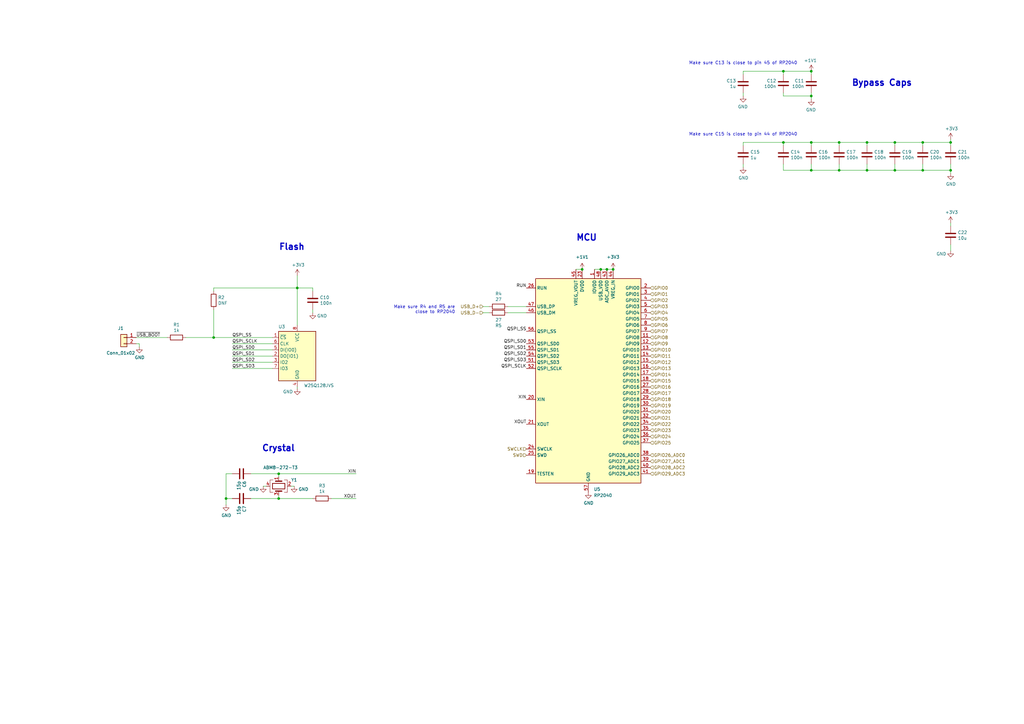
<source format=kicad_sch>
(kicad_sch
	(version 20231120)
	(generator "eeschema")
	(generator_version "8.0")
	(uuid "cdb9fcf8-4f26-4fcb-a736-0c06725ebcab")
	(paper "A3")
	(lib_symbols
		(symbol "Connector_Generic:Conn_01x02"
			(pin_names
				(offset 1.016) hide)
			(exclude_from_sim no)
			(in_bom yes)
			(on_board yes)
			(property "Reference" "J"
				(at 0 2.54 0)
				(effects
					(font
						(size 1.27 1.27)
					)
				)
			)
			(property "Value" "Conn_01x02"
				(at 0 -5.08 0)
				(effects
					(font
						(size 1.27 1.27)
					)
				)
			)
			(property "Footprint" ""
				(at 0 0 0)
				(effects
					(font
						(size 1.27 1.27)
					)
					(hide yes)
				)
			)
			(property "Datasheet" "~"
				(at 0 0 0)
				(effects
					(font
						(size 1.27 1.27)
					)
					(hide yes)
				)
			)
			(property "Description" "Generic connector, single row, 01x02, script generated (kicad-library-utils/schlib/autogen/connector/)"
				(at 0 0 0)
				(effects
					(font
						(size 1.27 1.27)
					)
					(hide yes)
				)
			)
			(property "ki_keywords" "connector"
				(at 0 0 0)
				(effects
					(font
						(size 1.27 1.27)
					)
					(hide yes)
				)
			)
			(property "ki_fp_filters" "Connector*:*_1x??_*"
				(at 0 0 0)
				(effects
					(font
						(size 1.27 1.27)
					)
					(hide yes)
				)
			)
			(symbol "Conn_01x02_1_1"
				(rectangle
					(start -1.27 -2.413)
					(end 0 -2.667)
					(stroke
						(width 0.1524)
						(type default)
					)
					(fill
						(type none)
					)
				)
				(rectangle
					(start -1.27 0.127)
					(end 0 -0.127)
					(stroke
						(width 0.1524)
						(type default)
					)
					(fill
						(type none)
					)
				)
				(rectangle
					(start -1.27 1.27)
					(end 1.27 -3.81)
					(stroke
						(width 0.254)
						(type default)
					)
					(fill
						(type background)
					)
				)
				(pin passive line
					(at -5.08 0 0)
					(length 3.81)
					(name "Pin_1"
						(effects
							(font
								(size 1.27 1.27)
							)
						)
					)
					(number "1"
						(effects
							(font
								(size 1.27 1.27)
							)
						)
					)
				)
				(pin passive line
					(at -5.08 -2.54 0)
					(length 3.81)
					(name "Pin_2"
						(effects
							(font
								(size 1.27 1.27)
							)
						)
					)
					(number "2"
						(effects
							(font
								(size 1.27 1.27)
							)
						)
					)
				)
			)
		)
		(symbol "Device:C"
			(pin_numbers hide)
			(pin_names
				(offset 0.254)
			)
			(exclude_from_sim no)
			(in_bom yes)
			(on_board yes)
			(property "Reference" "C"
				(at 0.635 2.54 0)
				(effects
					(font
						(size 1.27 1.27)
					)
					(justify left)
				)
			)
			(property "Value" "C"
				(at 0.635 -2.54 0)
				(effects
					(font
						(size 1.27 1.27)
					)
					(justify left)
				)
			)
			(property "Footprint" ""
				(at 0.9652 -3.81 0)
				(effects
					(font
						(size 1.27 1.27)
					)
					(hide yes)
				)
			)
			(property "Datasheet" "~"
				(at 0 0 0)
				(effects
					(font
						(size 1.27 1.27)
					)
					(hide yes)
				)
			)
			(property "Description" "Unpolarized capacitor"
				(at 0 0 0)
				(effects
					(font
						(size 1.27 1.27)
					)
					(hide yes)
				)
			)
			(property "ki_keywords" "cap capacitor"
				(at 0 0 0)
				(effects
					(font
						(size 1.27 1.27)
					)
					(hide yes)
				)
			)
			(property "ki_fp_filters" "C_*"
				(at 0 0 0)
				(effects
					(font
						(size 1.27 1.27)
					)
					(hide yes)
				)
			)
			(symbol "C_0_1"
				(polyline
					(pts
						(xy -2.032 -0.762) (xy 2.032 -0.762)
					)
					(stroke
						(width 0.508)
						(type default)
					)
					(fill
						(type none)
					)
				)
				(polyline
					(pts
						(xy -2.032 0.762) (xy 2.032 0.762)
					)
					(stroke
						(width 0.508)
						(type default)
					)
					(fill
						(type none)
					)
				)
			)
			(symbol "C_1_1"
				(pin passive line
					(at 0 3.81 270)
					(length 2.794)
					(name "~"
						(effects
							(font
								(size 1.27 1.27)
							)
						)
					)
					(number "1"
						(effects
							(font
								(size 1.27 1.27)
							)
						)
					)
				)
				(pin passive line
					(at 0 -3.81 90)
					(length 2.794)
					(name "~"
						(effects
							(font
								(size 1.27 1.27)
							)
						)
					)
					(number "2"
						(effects
							(font
								(size 1.27 1.27)
							)
						)
					)
				)
			)
		)
		(symbol "Device:Crystal_GND24"
			(pin_names
				(offset 1.016) hide)
			(exclude_from_sim no)
			(in_bom yes)
			(on_board yes)
			(property "Reference" "Y"
				(at 3.175 5.08 0)
				(effects
					(font
						(size 1.27 1.27)
					)
					(justify left)
				)
			)
			(property "Value" "Crystal_GND24"
				(at 3.175 3.175 0)
				(effects
					(font
						(size 1.27 1.27)
					)
					(justify left)
				)
			)
			(property "Footprint" ""
				(at 0 0 0)
				(effects
					(font
						(size 1.27 1.27)
					)
					(hide yes)
				)
			)
			(property "Datasheet" "~"
				(at 0 0 0)
				(effects
					(font
						(size 1.27 1.27)
					)
					(hide yes)
				)
			)
			(property "Description" "Four pin crystal, GND on pins 2 and 4"
				(at 0 0 0)
				(effects
					(font
						(size 1.27 1.27)
					)
					(hide yes)
				)
			)
			(property "ki_keywords" "quartz ceramic resonator oscillator"
				(at 0 0 0)
				(effects
					(font
						(size 1.27 1.27)
					)
					(hide yes)
				)
			)
			(property "ki_fp_filters" "Crystal*"
				(at 0 0 0)
				(effects
					(font
						(size 1.27 1.27)
					)
					(hide yes)
				)
			)
			(symbol "Crystal_GND24_0_1"
				(rectangle
					(start -1.143 2.54)
					(end 1.143 -2.54)
					(stroke
						(width 0.3048)
						(type default)
					)
					(fill
						(type none)
					)
				)
				(polyline
					(pts
						(xy -2.54 0) (xy -2.032 0)
					)
					(stroke
						(width 0)
						(type default)
					)
					(fill
						(type none)
					)
				)
				(polyline
					(pts
						(xy -2.032 -1.27) (xy -2.032 1.27)
					)
					(stroke
						(width 0.508)
						(type default)
					)
					(fill
						(type none)
					)
				)
				(polyline
					(pts
						(xy 0 -3.81) (xy 0 -3.556)
					)
					(stroke
						(width 0)
						(type default)
					)
					(fill
						(type none)
					)
				)
				(polyline
					(pts
						(xy 0 3.556) (xy 0 3.81)
					)
					(stroke
						(width 0)
						(type default)
					)
					(fill
						(type none)
					)
				)
				(polyline
					(pts
						(xy 2.032 -1.27) (xy 2.032 1.27)
					)
					(stroke
						(width 0.508)
						(type default)
					)
					(fill
						(type none)
					)
				)
				(polyline
					(pts
						(xy 2.032 0) (xy 2.54 0)
					)
					(stroke
						(width 0)
						(type default)
					)
					(fill
						(type none)
					)
				)
				(polyline
					(pts
						(xy -2.54 -2.286) (xy -2.54 -3.556) (xy 2.54 -3.556) (xy 2.54 -2.286)
					)
					(stroke
						(width 0)
						(type default)
					)
					(fill
						(type none)
					)
				)
				(polyline
					(pts
						(xy -2.54 2.286) (xy -2.54 3.556) (xy 2.54 3.556) (xy 2.54 2.286)
					)
					(stroke
						(width 0)
						(type default)
					)
					(fill
						(type none)
					)
				)
			)
			(symbol "Crystal_GND24_1_1"
				(pin passive line
					(at -3.81 0 0)
					(length 1.27)
					(name "1"
						(effects
							(font
								(size 1.27 1.27)
							)
						)
					)
					(number "1"
						(effects
							(font
								(size 1.27 1.27)
							)
						)
					)
				)
				(pin passive line
					(at 0 5.08 270)
					(length 1.27)
					(name "2"
						(effects
							(font
								(size 1.27 1.27)
							)
						)
					)
					(number "2"
						(effects
							(font
								(size 1.27 1.27)
							)
						)
					)
				)
				(pin passive line
					(at 3.81 0 180)
					(length 1.27)
					(name "3"
						(effects
							(font
								(size 1.27 1.27)
							)
						)
					)
					(number "3"
						(effects
							(font
								(size 1.27 1.27)
							)
						)
					)
				)
				(pin passive line
					(at 0 -5.08 90)
					(length 1.27)
					(name "4"
						(effects
							(font
								(size 1.27 1.27)
							)
						)
					)
					(number "4"
						(effects
							(font
								(size 1.27 1.27)
							)
						)
					)
				)
			)
		)
		(symbol "Device:R"
			(pin_numbers hide)
			(pin_names
				(offset 0)
			)
			(exclude_from_sim no)
			(in_bom yes)
			(on_board yes)
			(property "Reference" "R"
				(at 2.032 0 90)
				(effects
					(font
						(size 1.27 1.27)
					)
				)
			)
			(property "Value" "R"
				(at 0 0 90)
				(effects
					(font
						(size 1.27 1.27)
					)
				)
			)
			(property "Footprint" ""
				(at -1.778 0 90)
				(effects
					(font
						(size 1.27 1.27)
					)
					(hide yes)
				)
			)
			(property "Datasheet" "~"
				(at 0 0 0)
				(effects
					(font
						(size 1.27 1.27)
					)
					(hide yes)
				)
			)
			(property "Description" "Resistor"
				(at 0 0 0)
				(effects
					(font
						(size 1.27 1.27)
					)
					(hide yes)
				)
			)
			(property "ki_keywords" "R res resistor"
				(at 0 0 0)
				(effects
					(font
						(size 1.27 1.27)
					)
					(hide yes)
				)
			)
			(property "ki_fp_filters" "R_*"
				(at 0 0 0)
				(effects
					(font
						(size 1.27 1.27)
					)
					(hide yes)
				)
			)
			(symbol "R_0_1"
				(rectangle
					(start -1.016 -2.54)
					(end 1.016 2.54)
					(stroke
						(width 0.254)
						(type default)
					)
					(fill
						(type none)
					)
				)
			)
			(symbol "R_1_1"
				(pin passive line
					(at 0 3.81 270)
					(length 1.27)
					(name "~"
						(effects
							(font
								(size 1.27 1.27)
							)
						)
					)
					(number "1"
						(effects
							(font
								(size 1.27 1.27)
							)
						)
					)
				)
				(pin passive line
					(at 0 -3.81 90)
					(length 1.27)
					(name "~"
						(effects
							(font
								(size 1.27 1.27)
							)
						)
					)
					(number "2"
						(effects
							(font
								(size 1.27 1.27)
							)
						)
					)
				)
			)
		)
		(symbol "MCU_RaspberryPi:RP2040"
			(exclude_from_sim no)
			(in_bom yes)
			(on_board yes)
			(property "Reference" "U"
				(at 17.78 45.72 0)
				(effects
					(font
						(size 1.27 1.27)
					)
				)
			)
			(property "Value" "RP2040"
				(at 17.78 43.18 0)
				(effects
					(font
						(size 1.27 1.27)
					)
				)
			)
			(property "Footprint" "Package_DFN_QFN:QFN-56-1EP_7x7mm_P0.4mm_EP3.2x3.2mm"
				(at 0 0 0)
				(effects
					(font
						(size 1.27 1.27)
					)
					(hide yes)
				)
			)
			(property "Datasheet" "https://datasheets.raspberrypi.com/rp2040/rp2040-datasheet.pdf"
				(at 0 0 0)
				(effects
					(font
						(size 1.27 1.27)
					)
					(hide yes)
				)
			)
			(property "Description" "A microcontroller by Raspberry Pi"
				(at 0 0 0)
				(effects
					(font
						(size 1.27 1.27)
					)
					(hide yes)
				)
			)
			(property "ki_keywords" "RP2040 ARM Cortex-M0+ USB"
				(at 0 0 0)
				(effects
					(font
						(size 1.27 1.27)
					)
					(hide yes)
				)
			)
			(property "ki_fp_filters" "QFN*1EP*7x7mm?P0.4mm*"
				(at 0 0 0)
				(effects
					(font
						(size 1.27 1.27)
					)
					(hide yes)
				)
			)
			(symbol "RP2040_0_1"
				(rectangle
					(start -21.59 41.91)
					(end 21.59 -41.91)
					(stroke
						(width 0.254)
						(type default)
					)
					(fill
						(type background)
					)
				)
			)
			(symbol "RP2040_1_1"
				(pin power_in line
					(at 2.54 45.72 270)
					(length 3.81)
					(name "IOVDD"
						(effects
							(font
								(size 1.27 1.27)
							)
						)
					)
					(number "1"
						(effects
							(font
								(size 1.27 1.27)
							)
						)
					)
				)
				(pin passive line
					(at 2.54 45.72 270)
					(length 3.81) hide
					(name "IOVDD"
						(effects
							(font
								(size 1.27 1.27)
							)
						)
					)
					(number "10"
						(effects
							(font
								(size 1.27 1.27)
							)
						)
					)
				)
				(pin bidirectional line
					(at 25.4 17.78 180)
					(length 3.81)
					(name "GPIO8"
						(effects
							(font
								(size 1.27 1.27)
							)
						)
					)
					(number "11"
						(effects
							(font
								(size 1.27 1.27)
							)
						)
					)
				)
				(pin bidirectional line
					(at 25.4 15.24 180)
					(length 3.81)
					(name "GPIO9"
						(effects
							(font
								(size 1.27 1.27)
							)
						)
					)
					(number "12"
						(effects
							(font
								(size 1.27 1.27)
							)
						)
					)
				)
				(pin bidirectional line
					(at 25.4 12.7 180)
					(length 3.81)
					(name "GPIO10"
						(effects
							(font
								(size 1.27 1.27)
							)
						)
					)
					(number "13"
						(effects
							(font
								(size 1.27 1.27)
							)
						)
					)
				)
				(pin bidirectional line
					(at 25.4 10.16 180)
					(length 3.81)
					(name "GPIO11"
						(effects
							(font
								(size 1.27 1.27)
							)
						)
					)
					(number "14"
						(effects
							(font
								(size 1.27 1.27)
							)
						)
					)
				)
				(pin bidirectional line
					(at 25.4 7.62 180)
					(length 3.81)
					(name "GPIO12"
						(effects
							(font
								(size 1.27 1.27)
							)
						)
					)
					(number "15"
						(effects
							(font
								(size 1.27 1.27)
							)
						)
					)
				)
				(pin bidirectional line
					(at 25.4 5.08 180)
					(length 3.81)
					(name "GPIO13"
						(effects
							(font
								(size 1.27 1.27)
							)
						)
					)
					(number "16"
						(effects
							(font
								(size 1.27 1.27)
							)
						)
					)
				)
				(pin bidirectional line
					(at 25.4 2.54 180)
					(length 3.81)
					(name "GPIO14"
						(effects
							(font
								(size 1.27 1.27)
							)
						)
					)
					(number "17"
						(effects
							(font
								(size 1.27 1.27)
							)
						)
					)
				)
				(pin bidirectional line
					(at 25.4 0 180)
					(length 3.81)
					(name "GPIO15"
						(effects
							(font
								(size 1.27 1.27)
							)
						)
					)
					(number "18"
						(effects
							(font
								(size 1.27 1.27)
							)
						)
					)
				)
				(pin input line
					(at -25.4 -38.1 0)
					(length 3.81)
					(name "TESTEN"
						(effects
							(font
								(size 1.27 1.27)
							)
						)
					)
					(number "19"
						(effects
							(font
								(size 1.27 1.27)
							)
						)
					)
				)
				(pin bidirectional line
					(at 25.4 38.1 180)
					(length 3.81)
					(name "GPIO0"
						(effects
							(font
								(size 1.27 1.27)
							)
						)
					)
					(number "2"
						(effects
							(font
								(size 1.27 1.27)
							)
						)
					)
				)
				(pin input line
					(at -25.4 -7.62 0)
					(length 3.81)
					(name "XIN"
						(effects
							(font
								(size 1.27 1.27)
							)
						)
					)
					(number "20"
						(effects
							(font
								(size 1.27 1.27)
							)
						)
					)
				)
				(pin passive line
					(at -25.4 -17.78 0)
					(length 3.81)
					(name "XOUT"
						(effects
							(font
								(size 1.27 1.27)
							)
						)
					)
					(number "21"
						(effects
							(font
								(size 1.27 1.27)
							)
						)
					)
				)
				(pin passive line
					(at 2.54 45.72 270)
					(length 3.81) hide
					(name "IOVDD"
						(effects
							(font
								(size 1.27 1.27)
							)
						)
					)
					(number "22"
						(effects
							(font
								(size 1.27 1.27)
							)
						)
					)
				)
				(pin power_in line
					(at -2.54 45.72 270)
					(length 3.81)
					(name "DVDD"
						(effects
							(font
								(size 1.27 1.27)
							)
						)
					)
					(number "23"
						(effects
							(font
								(size 1.27 1.27)
							)
						)
					)
				)
				(pin input line
					(at -25.4 -27.94 0)
					(length 3.81)
					(name "SWCLK"
						(effects
							(font
								(size 1.27 1.27)
							)
						)
					)
					(number "24"
						(effects
							(font
								(size 1.27 1.27)
							)
						)
					)
				)
				(pin bidirectional line
					(at -25.4 -30.48 0)
					(length 3.81)
					(name "SWD"
						(effects
							(font
								(size 1.27 1.27)
							)
						)
					)
					(number "25"
						(effects
							(font
								(size 1.27 1.27)
							)
						)
					)
				)
				(pin input line
					(at -25.4 38.1 0)
					(length 3.81)
					(name "RUN"
						(effects
							(font
								(size 1.27 1.27)
							)
						)
					)
					(number "26"
						(effects
							(font
								(size 1.27 1.27)
							)
						)
					)
				)
				(pin bidirectional line
					(at 25.4 -2.54 180)
					(length 3.81)
					(name "GPIO16"
						(effects
							(font
								(size 1.27 1.27)
							)
						)
					)
					(number "27"
						(effects
							(font
								(size 1.27 1.27)
							)
						)
					)
				)
				(pin bidirectional line
					(at 25.4 -5.08 180)
					(length 3.81)
					(name "GPIO17"
						(effects
							(font
								(size 1.27 1.27)
							)
						)
					)
					(number "28"
						(effects
							(font
								(size 1.27 1.27)
							)
						)
					)
				)
				(pin bidirectional line
					(at 25.4 -7.62 180)
					(length 3.81)
					(name "GPIO18"
						(effects
							(font
								(size 1.27 1.27)
							)
						)
					)
					(number "29"
						(effects
							(font
								(size 1.27 1.27)
							)
						)
					)
				)
				(pin bidirectional line
					(at 25.4 35.56 180)
					(length 3.81)
					(name "GPIO1"
						(effects
							(font
								(size 1.27 1.27)
							)
						)
					)
					(number "3"
						(effects
							(font
								(size 1.27 1.27)
							)
						)
					)
				)
				(pin bidirectional line
					(at 25.4 -10.16 180)
					(length 3.81)
					(name "GPIO19"
						(effects
							(font
								(size 1.27 1.27)
							)
						)
					)
					(number "30"
						(effects
							(font
								(size 1.27 1.27)
							)
						)
					)
				)
				(pin bidirectional line
					(at 25.4 -12.7 180)
					(length 3.81)
					(name "GPIO20"
						(effects
							(font
								(size 1.27 1.27)
							)
						)
					)
					(number "31"
						(effects
							(font
								(size 1.27 1.27)
							)
						)
					)
				)
				(pin bidirectional line
					(at 25.4 -15.24 180)
					(length 3.81)
					(name "GPIO21"
						(effects
							(font
								(size 1.27 1.27)
							)
						)
					)
					(number "32"
						(effects
							(font
								(size 1.27 1.27)
							)
						)
					)
				)
				(pin passive line
					(at 2.54 45.72 270)
					(length 3.81) hide
					(name "IOVDD"
						(effects
							(font
								(size 1.27 1.27)
							)
						)
					)
					(number "33"
						(effects
							(font
								(size 1.27 1.27)
							)
						)
					)
				)
				(pin bidirectional line
					(at 25.4 -17.78 180)
					(length 3.81)
					(name "GPIO22"
						(effects
							(font
								(size 1.27 1.27)
							)
						)
					)
					(number "34"
						(effects
							(font
								(size 1.27 1.27)
							)
						)
					)
				)
				(pin bidirectional line
					(at 25.4 -20.32 180)
					(length 3.81)
					(name "GPIO23"
						(effects
							(font
								(size 1.27 1.27)
							)
						)
					)
					(number "35"
						(effects
							(font
								(size 1.27 1.27)
							)
						)
					)
				)
				(pin bidirectional line
					(at 25.4 -22.86 180)
					(length 3.81)
					(name "GPIO24"
						(effects
							(font
								(size 1.27 1.27)
							)
						)
					)
					(number "36"
						(effects
							(font
								(size 1.27 1.27)
							)
						)
					)
				)
				(pin bidirectional line
					(at 25.4 -25.4 180)
					(length 3.81)
					(name "GPIO25"
						(effects
							(font
								(size 1.27 1.27)
							)
						)
					)
					(number "37"
						(effects
							(font
								(size 1.27 1.27)
							)
						)
					)
				)
				(pin bidirectional line
					(at 25.4 -30.48 180)
					(length 3.81)
					(name "GPIO26_ADC0"
						(effects
							(font
								(size 1.27 1.27)
							)
						)
					)
					(number "38"
						(effects
							(font
								(size 1.27 1.27)
							)
						)
					)
				)
				(pin bidirectional line
					(at 25.4 -33.02 180)
					(length 3.81)
					(name "GPIO27_ADC1"
						(effects
							(font
								(size 1.27 1.27)
							)
						)
					)
					(number "39"
						(effects
							(font
								(size 1.27 1.27)
							)
						)
					)
				)
				(pin bidirectional line
					(at 25.4 33.02 180)
					(length 3.81)
					(name "GPIO2"
						(effects
							(font
								(size 1.27 1.27)
							)
						)
					)
					(number "4"
						(effects
							(font
								(size 1.27 1.27)
							)
						)
					)
				)
				(pin bidirectional line
					(at 25.4 -35.56 180)
					(length 3.81)
					(name "GPIO28_ADC2"
						(effects
							(font
								(size 1.27 1.27)
							)
						)
					)
					(number "40"
						(effects
							(font
								(size 1.27 1.27)
							)
						)
					)
				)
				(pin bidirectional line
					(at 25.4 -38.1 180)
					(length 3.81)
					(name "GPIO29_ADC3"
						(effects
							(font
								(size 1.27 1.27)
							)
						)
					)
					(number "41"
						(effects
							(font
								(size 1.27 1.27)
							)
						)
					)
				)
				(pin passive line
					(at 2.54 45.72 270)
					(length 3.81) hide
					(name "IOVDD"
						(effects
							(font
								(size 1.27 1.27)
							)
						)
					)
					(number "42"
						(effects
							(font
								(size 1.27 1.27)
							)
						)
					)
				)
				(pin power_in line
					(at 7.62 45.72 270)
					(length 3.81)
					(name "ADC_AVDD"
						(effects
							(font
								(size 1.27 1.27)
							)
						)
					)
					(number "43"
						(effects
							(font
								(size 1.27 1.27)
							)
						)
					)
				)
				(pin power_in line
					(at 10.16 45.72 270)
					(length 3.81)
					(name "VREG_IN"
						(effects
							(font
								(size 1.27 1.27)
							)
						)
					)
					(number "44"
						(effects
							(font
								(size 1.27 1.27)
							)
						)
					)
				)
				(pin power_out line
					(at -5.08 45.72 270)
					(length 3.81)
					(name "VREG_VOUT"
						(effects
							(font
								(size 1.27 1.27)
							)
						)
					)
					(number "45"
						(effects
							(font
								(size 1.27 1.27)
							)
						)
					)
				)
				(pin bidirectional line
					(at -25.4 27.94 0)
					(length 3.81)
					(name "USB_DM"
						(effects
							(font
								(size 1.27 1.27)
							)
						)
					)
					(number "46"
						(effects
							(font
								(size 1.27 1.27)
							)
						)
					)
				)
				(pin bidirectional line
					(at -25.4 30.48 0)
					(length 3.81)
					(name "USB_DP"
						(effects
							(font
								(size 1.27 1.27)
							)
						)
					)
					(number "47"
						(effects
							(font
								(size 1.27 1.27)
							)
						)
					)
				)
				(pin power_in line
					(at 5.08 45.72 270)
					(length 3.81)
					(name "USB_VDD"
						(effects
							(font
								(size 1.27 1.27)
							)
						)
					)
					(number "48"
						(effects
							(font
								(size 1.27 1.27)
							)
						)
					)
				)
				(pin passive line
					(at 2.54 45.72 270)
					(length 3.81) hide
					(name "IOVDD"
						(effects
							(font
								(size 1.27 1.27)
							)
						)
					)
					(number "49"
						(effects
							(font
								(size 1.27 1.27)
							)
						)
					)
				)
				(pin bidirectional line
					(at 25.4 30.48 180)
					(length 3.81)
					(name "GPIO3"
						(effects
							(font
								(size 1.27 1.27)
							)
						)
					)
					(number "5"
						(effects
							(font
								(size 1.27 1.27)
							)
						)
					)
				)
				(pin passive line
					(at -2.54 45.72 270)
					(length 3.81) hide
					(name "DVDD"
						(effects
							(font
								(size 1.27 1.27)
							)
						)
					)
					(number "50"
						(effects
							(font
								(size 1.27 1.27)
							)
						)
					)
				)
				(pin bidirectional line
					(at -25.4 7.62 0)
					(length 3.81)
					(name "QSPI_SD3"
						(effects
							(font
								(size 1.27 1.27)
							)
						)
					)
					(number "51"
						(effects
							(font
								(size 1.27 1.27)
							)
						)
					)
				)
				(pin output line
					(at -25.4 5.08 0)
					(length 3.81)
					(name "QSPI_SCLK"
						(effects
							(font
								(size 1.27 1.27)
							)
						)
					)
					(number "52"
						(effects
							(font
								(size 1.27 1.27)
							)
						)
					)
				)
				(pin bidirectional line
					(at -25.4 15.24 0)
					(length 3.81)
					(name "QSPI_SD0"
						(effects
							(font
								(size 1.27 1.27)
							)
						)
					)
					(number "53"
						(effects
							(font
								(size 1.27 1.27)
							)
						)
					)
				)
				(pin bidirectional line
					(at -25.4 10.16 0)
					(length 3.81)
					(name "QSPI_SD2"
						(effects
							(font
								(size 1.27 1.27)
							)
						)
					)
					(number "54"
						(effects
							(font
								(size 1.27 1.27)
							)
						)
					)
				)
				(pin bidirectional line
					(at -25.4 12.7 0)
					(length 3.81)
					(name "QSPI_SD1"
						(effects
							(font
								(size 1.27 1.27)
							)
						)
					)
					(number "55"
						(effects
							(font
								(size 1.27 1.27)
							)
						)
					)
				)
				(pin bidirectional line
					(at -25.4 20.32 0)
					(length 3.81)
					(name "QSPI_SS"
						(effects
							(font
								(size 1.27 1.27)
							)
						)
					)
					(number "56"
						(effects
							(font
								(size 1.27 1.27)
							)
						)
					)
				)
				(pin power_in line
					(at 0 -45.72 90)
					(length 3.81)
					(name "GND"
						(effects
							(font
								(size 1.27 1.27)
							)
						)
					)
					(number "57"
						(effects
							(font
								(size 1.27 1.27)
							)
						)
					)
				)
				(pin bidirectional line
					(at 25.4 27.94 180)
					(length 3.81)
					(name "GPIO4"
						(effects
							(font
								(size 1.27 1.27)
							)
						)
					)
					(number "6"
						(effects
							(font
								(size 1.27 1.27)
							)
						)
					)
				)
				(pin bidirectional line
					(at 25.4 25.4 180)
					(length 3.81)
					(name "GPIO5"
						(effects
							(font
								(size 1.27 1.27)
							)
						)
					)
					(number "7"
						(effects
							(font
								(size 1.27 1.27)
							)
						)
					)
				)
				(pin bidirectional line
					(at 25.4 22.86 180)
					(length 3.81)
					(name "GPIO6"
						(effects
							(font
								(size 1.27 1.27)
							)
						)
					)
					(number "8"
						(effects
							(font
								(size 1.27 1.27)
							)
						)
					)
				)
				(pin bidirectional line
					(at 25.4 20.32 180)
					(length 3.81)
					(name "GPIO7"
						(effects
							(font
								(size 1.27 1.27)
							)
						)
					)
					(number "9"
						(effects
							(font
								(size 1.27 1.27)
							)
						)
					)
				)
			)
		)
		(symbol "Memory_Flash:W25Q128JVS"
			(exclude_from_sim no)
			(in_bom yes)
			(on_board yes)
			(property "Reference" "U"
				(at -8.89 8.89 0)
				(effects
					(font
						(size 1.27 1.27)
					)
				)
			)
			(property "Value" "W25Q128JVS"
				(at 7.62 8.89 0)
				(effects
					(font
						(size 1.27 1.27)
					)
				)
			)
			(property "Footprint" "Package_SO:SOIC-8_5.23x5.23mm_P1.27mm"
				(at 0 0 0)
				(effects
					(font
						(size 1.27 1.27)
					)
					(hide yes)
				)
			)
			(property "Datasheet" "http://www.winbond.com/resource-files/w25q128jv_dtr%20revc%2003272018%20plus.pdf"
				(at 0 0 0)
				(effects
					(font
						(size 1.27 1.27)
					)
					(hide yes)
				)
			)
			(property "Description" "128Mb Serial Flash Memory, Standard/Dual/Quad SPI, SOIC-8"
				(at 0 0 0)
				(effects
					(font
						(size 1.27 1.27)
					)
					(hide yes)
				)
			)
			(property "ki_keywords" "flash memory SPI QPI DTR"
				(at 0 0 0)
				(effects
					(font
						(size 1.27 1.27)
					)
					(hide yes)
				)
			)
			(property "ki_fp_filters" "SOIC*5.23x5.23mm*P1.27mm*"
				(at 0 0 0)
				(effects
					(font
						(size 1.27 1.27)
					)
					(hide yes)
				)
			)
			(symbol "W25Q128JVS_0_1"
				(rectangle
					(start -7.62 10.16)
					(end 7.62 -10.16)
					(stroke
						(width 0.254)
						(type default)
					)
					(fill
						(type background)
					)
				)
			)
			(symbol "W25Q128JVS_1_1"
				(pin input line
					(at -10.16 7.62 0)
					(length 2.54)
					(name "~{CS}"
						(effects
							(font
								(size 1.27 1.27)
							)
						)
					)
					(number "1"
						(effects
							(font
								(size 1.27 1.27)
							)
						)
					)
				)
				(pin bidirectional line
					(at -10.16 0 0)
					(length 2.54)
					(name "DO(IO1)"
						(effects
							(font
								(size 1.27 1.27)
							)
						)
					)
					(number "2"
						(effects
							(font
								(size 1.27 1.27)
							)
						)
					)
				)
				(pin bidirectional line
					(at -10.16 -2.54 0)
					(length 2.54)
					(name "IO2"
						(effects
							(font
								(size 1.27 1.27)
							)
						)
					)
					(number "3"
						(effects
							(font
								(size 1.27 1.27)
							)
						)
					)
				)
				(pin power_in line
					(at 0 -12.7 90)
					(length 2.54)
					(name "GND"
						(effects
							(font
								(size 1.27 1.27)
							)
						)
					)
					(number "4"
						(effects
							(font
								(size 1.27 1.27)
							)
						)
					)
				)
				(pin bidirectional line
					(at -10.16 2.54 0)
					(length 2.54)
					(name "DI(IO0)"
						(effects
							(font
								(size 1.27 1.27)
							)
						)
					)
					(number "5"
						(effects
							(font
								(size 1.27 1.27)
							)
						)
					)
				)
				(pin input line
					(at -10.16 5.08 0)
					(length 2.54)
					(name "CLK"
						(effects
							(font
								(size 1.27 1.27)
							)
						)
					)
					(number "6"
						(effects
							(font
								(size 1.27 1.27)
							)
						)
					)
				)
				(pin bidirectional line
					(at -10.16 -5.08 0)
					(length 2.54)
					(name "IO3"
						(effects
							(font
								(size 1.27 1.27)
							)
						)
					)
					(number "7"
						(effects
							(font
								(size 1.27 1.27)
							)
						)
					)
				)
				(pin power_in line
					(at 0 12.7 270)
					(length 2.54)
					(name "VCC"
						(effects
							(font
								(size 1.27 1.27)
							)
						)
					)
					(number "8"
						(effects
							(font
								(size 1.27 1.27)
							)
						)
					)
				)
			)
		)
		(symbol "power:+1V1"
			(power)
			(pin_names
				(offset 0)
			)
			(exclude_from_sim no)
			(in_bom yes)
			(on_board yes)
			(property "Reference" "#PWR"
				(at 0 -3.81 0)
				(effects
					(font
						(size 1.27 1.27)
					)
					(hide yes)
				)
			)
			(property "Value" "+1V1"
				(at 0 3.556 0)
				(effects
					(font
						(size 1.27 1.27)
					)
				)
			)
			(property "Footprint" ""
				(at 0 0 0)
				(effects
					(font
						(size 1.27 1.27)
					)
					(hide yes)
				)
			)
			(property "Datasheet" ""
				(at 0 0 0)
				(effects
					(font
						(size 1.27 1.27)
					)
					(hide yes)
				)
			)
			(property "Description" "Power symbol creates a global label with name \"+1V1\""
				(at 0 0 0)
				(effects
					(font
						(size 1.27 1.27)
					)
					(hide yes)
				)
			)
			(property "ki_keywords" "global power"
				(at 0 0 0)
				(effects
					(font
						(size 1.27 1.27)
					)
					(hide yes)
				)
			)
			(symbol "+1V1_0_1"
				(polyline
					(pts
						(xy -0.762 1.27) (xy 0 2.54)
					)
					(stroke
						(width 0)
						(type default)
					)
					(fill
						(type none)
					)
				)
				(polyline
					(pts
						(xy 0 0) (xy 0 2.54)
					)
					(stroke
						(width 0)
						(type default)
					)
					(fill
						(type none)
					)
				)
				(polyline
					(pts
						(xy 0 2.54) (xy 0.762 1.27)
					)
					(stroke
						(width 0)
						(type default)
					)
					(fill
						(type none)
					)
				)
			)
			(symbol "+1V1_1_1"
				(pin power_in line
					(at 0 0 90)
					(length 0) hide
					(name "+1V1"
						(effects
							(font
								(size 1.27 1.27)
							)
						)
					)
					(number "1"
						(effects
							(font
								(size 1.27 1.27)
							)
						)
					)
				)
			)
		)
		(symbol "power:+3V3"
			(power)
			(pin_names
				(offset 0)
			)
			(exclude_from_sim no)
			(in_bom yes)
			(on_board yes)
			(property "Reference" "#PWR"
				(at 0 -3.81 0)
				(effects
					(font
						(size 1.27 1.27)
					)
					(hide yes)
				)
			)
			(property "Value" "+3V3"
				(at 0 3.556 0)
				(effects
					(font
						(size 1.27 1.27)
					)
				)
			)
			(property "Footprint" ""
				(at 0 0 0)
				(effects
					(font
						(size 1.27 1.27)
					)
					(hide yes)
				)
			)
			(property "Datasheet" ""
				(at 0 0 0)
				(effects
					(font
						(size 1.27 1.27)
					)
					(hide yes)
				)
			)
			(property "Description" "Power symbol creates a global label with name \"+3V3\""
				(at 0 0 0)
				(effects
					(font
						(size 1.27 1.27)
					)
					(hide yes)
				)
			)
			(property "ki_keywords" "global power"
				(at 0 0 0)
				(effects
					(font
						(size 1.27 1.27)
					)
					(hide yes)
				)
			)
			(symbol "+3V3_0_1"
				(polyline
					(pts
						(xy -0.762 1.27) (xy 0 2.54)
					)
					(stroke
						(width 0)
						(type default)
					)
					(fill
						(type none)
					)
				)
				(polyline
					(pts
						(xy 0 0) (xy 0 2.54)
					)
					(stroke
						(width 0)
						(type default)
					)
					(fill
						(type none)
					)
				)
				(polyline
					(pts
						(xy 0 2.54) (xy 0.762 1.27)
					)
					(stroke
						(width 0)
						(type default)
					)
					(fill
						(type none)
					)
				)
			)
			(symbol "+3V3_1_1"
				(pin power_in line
					(at 0 0 90)
					(length 0) hide
					(name "+3V3"
						(effects
							(font
								(size 1.27 1.27)
							)
						)
					)
					(number "1"
						(effects
							(font
								(size 1.27 1.27)
							)
						)
					)
				)
			)
		)
		(symbol "power:GND"
			(power)
			(pin_names
				(offset 0)
			)
			(exclude_from_sim no)
			(in_bom yes)
			(on_board yes)
			(property "Reference" "#PWR"
				(at 0 -6.35 0)
				(effects
					(font
						(size 1.27 1.27)
					)
					(hide yes)
				)
			)
			(property "Value" "GND"
				(at 0 -3.81 0)
				(effects
					(font
						(size 1.27 1.27)
					)
				)
			)
			(property "Footprint" ""
				(at 0 0 0)
				(effects
					(font
						(size 1.27 1.27)
					)
					(hide yes)
				)
			)
			(property "Datasheet" ""
				(at 0 0 0)
				(effects
					(font
						(size 1.27 1.27)
					)
					(hide yes)
				)
			)
			(property "Description" "Power symbol creates a global label with name \"GND\" , ground"
				(at 0 0 0)
				(effects
					(font
						(size 1.27 1.27)
					)
					(hide yes)
				)
			)
			(property "ki_keywords" "global power"
				(at 0 0 0)
				(effects
					(font
						(size 1.27 1.27)
					)
					(hide yes)
				)
			)
			(symbol "GND_0_1"
				(polyline
					(pts
						(xy 0 0) (xy 0 -1.27) (xy 1.27 -1.27) (xy 0 -2.54) (xy -1.27 -1.27) (xy 0 -1.27)
					)
					(stroke
						(width 0)
						(type default)
					)
					(fill
						(type none)
					)
				)
			)
			(symbol "GND_1_1"
				(pin power_in line
					(at 0 0 270)
					(length 0) hide
					(name "GND"
						(effects
							(font
								(size 1.27 1.27)
							)
						)
					)
					(number "1"
						(effects
							(font
								(size 1.27 1.27)
							)
						)
					)
				)
			)
		)
	)
	(junction
		(at 378.46 69.85)
		(diameter 0)
		(color 0 0 0 0)
		(uuid "005e361d-532e-4582-a47c-597d5384e20f")
	)
	(junction
		(at 114.3 204.47)
		(diameter 0)
		(color 0 0 0 0)
		(uuid "11f690e0-49dd-4657-9f26-89c8ba65211a")
	)
	(junction
		(at 321.31 58.42)
		(diameter 0)
		(color 0 0 0 0)
		(uuid "16f75780-445f-4a8a-920a-3c20df8f1f9d")
	)
	(junction
		(at 92.71 204.47)
		(diameter 0)
		(color 0 0 0 0)
		(uuid "2005079e-3d8e-422d-ad7f-9737151dc2f8")
	)
	(junction
		(at 378.46 58.42)
		(diameter 0)
		(color 0 0 0 0)
		(uuid "2b8a84d1-206c-42dc-8ac8-32b0fbf293cb")
	)
	(junction
		(at 121.92 118.11)
		(diameter 0)
		(color 0 0 0 0)
		(uuid "33f422bc-ecb4-46f8-ba6b-9f6ea8964dd3")
	)
	(junction
		(at 367.03 69.85)
		(diameter 0)
		(color 0 0 0 0)
		(uuid "405f8090-796b-4e47-8c5c-15f3d860cd2b")
	)
	(junction
		(at 344.17 58.42)
		(diameter 0)
		(color 0 0 0 0)
		(uuid "4504ea9e-5a77-4299-94d8-0ccb78fdfda7")
	)
	(junction
		(at 332.74 29.21)
		(diameter 0)
		(color 0 0 0 0)
		(uuid "5a65c999-d972-426a-8e0b-ee3902f19ea6")
	)
	(junction
		(at 344.17 69.85)
		(diameter 0)
		(color 0 0 0 0)
		(uuid "6ef777ea-6af7-4b22-a9bb-061a63fe7c85")
	)
	(junction
		(at 367.03 58.42)
		(diameter 0)
		(color 0 0 0 0)
		(uuid "75b453e4-c2fa-4d41-bd10-86a0a8e380ee")
	)
	(junction
		(at 238.76 110.49)
		(diameter 0)
		(color 0 0 0 0)
		(uuid "7b8cd7f3-df89-400a-b6a0-d047b2997ec1")
	)
	(junction
		(at 332.74 39.37)
		(diameter 0)
		(color 0 0 0 0)
		(uuid "ac61ac7c-9a32-4a6c-ad0e-51c88526db44")
	)
	(junction
		(at 332.74 69.85)
		(diameter 0)
		(color 0 0 0 0)
		(uuid "aede9cc8-a9a8-4ddc-a3a2-fe0d849e7108")
	)
	(junction
		(at 355.6 58.42)
		(diameter 0)
		(color 0 0 0 0)
		(uuid "b7fc0063-dac3-45a6-a224-2015bd55ec88")
	)
	(junction
		(at 355.6 69.85)
		(diameter 0)
		(color 0 0 0 0)
		(uuid "bd117a2b-67b4-4dbe-b757-95c46843124e")
	)
	(junction
		(at 332.74 58.42)
		(diameter 0)
		(color 0 0 0 0)
		(uuid "bd891d3d-2621-44a3-8d05-e36bb354f7cd")
	)
	(junction
		(at 321.31 29.21)
		(diameter 0)
		(color 0 0 0 0)
		(uuid "be761cc4-2569-45b4-998e-d37fc8c3df9d")
	)
	(junction
		(at 246.38 110.49)
		(diameter 0)
		(color 0 0 0 0)
		(uuid "c778cca9-c82e-42e9-876d-e063d2450482")
	)
	(junction
		(at 87.63 138.43)
		(diameter 0)
		(color 0 0 0 0)
		(uuid "c93bf2b0-1d2b-42d2-a670-3a4c3ca6ecac")
	)
	(junction
		(at 248.92 110.49)
		(diameter 0)
		(color 0 0 0 0)
		(uuid "cde16e7f-b269-4547-a802-ce5ded9e6b7f")
	)
	(junction
		(at 389.89 58.42)
		(diameter 0)
		(color 0 0 0 0)
		(uuid "d0aa6646-3207-44b9-9d6e-c7fa76e66c4a")
	)
	(junction
		(at 389.89 69.85)
		(diameter 0)
		(color 0 0 0 0)
		(uuid "f31cc815-5220-4596-a3de-84192e567438")
	)
	(junction
		(at 251.46 110.49)
		(diameter 0)
		(color 0 0 0 0)
		(uuid "f4e0fe66-85ee-473e-855d-c51268cb4762")
	)
	(junction
		(at 114.3 194.31)
		(diameter 0)
		(color 0 0 0 0)
		(uuid "fd42718d-1780-40ba-af99-3066497c6b6b")
	)
	(wire
		(pts
			(xy 135.89 204.47) (xy 146.05 204.47)
		)
		(stroke
			(width 0)
			(type default)
		)
		(uuid "0425da3a-0db5-454d-bfd6-ea8039fabde3")
	)
	(wire
		(pts
			(xy 378.46 58.42) (xy 367.03 58.42)
		)
		(stroke
			(width 0)
			(type default)
		)
		(uuid "06ce37d0-fa3a-4cf4-a9de-60b5be85a511")
	)
	(wire
		(pts
			(xy 87.63 118.11) (xy 121.92 118.11)
		)
		(stroke
			(width 0)
			(type default)
		)
		(uuid "0a5ed66f-66a2-4cbe-a958-017dd463866e")
	)
	(wire
		(pts
			(xy 344.17 59.69) (xy 344.17 58.42)
		)
		(stroke
			(width 0)
			(type default)
		)
		(uuid "0b287c69-e66d-4659-baed-1cce3cbd47aa")
	)
	(wire
		(pts
			(xy 378.46 69.85) (xy 389.89 69.85)
		)
		(stroke
			(width 0)
			(type default)
		)
		(uuid "0d21d155-7f42-4602-942b-6681d87cb8fc")
	)
	(wire
		(pts
			(xy 332.74 67.31) (xy 332.74 69.85)
		)
		(stroke
			(width 0)
			(type default)
		)
		(uuid "0e671cc0-1aab-4b56-b1b4-879c80a2a6ad")
	)
	(wire
		(pts
			(xy 367.03 67.31) (xy 367.03 69.85)
		)
		(stroke
			(width 0)
			(type default)
		)
		(uuid "0fc8b146-07a1-40e3-a6fd-6c77b4dcbdd2")
	)
	(wire
		(pts
			(xy 332.74 69.85) (xy 321.31 69.85)
		)
		(stroke
			(width 0)
			(type default)
		)
		(uuid "13265ce4-1bbc-4827-88fd-7b36ee9b6d31")
	)
	(wire
		(pts
			(xy 121.92 113.03) (xy 121.92 118.11)
		)
		(stroke
			(width 0)
			(type default)
		)
		(uuid "183dbbc4-04a1-4595-98f6-57f5d26d0869")
	)
	(wire
		(pts
			(xy 332.74 58.42) (xy 321.31 58.42)
		)
		(stroke
			(width 0)
			(type default)
		)
		(uuid "191d24e1-9cbd-49a1-be2c-daec7612c7f6")
	)
	(wire
		(pts
			(xy 55.88 140.97) (xy 57.15 140.97)
		)
		(stroke
			(width 0)
			(type default)
		)
		(uuid "1f53cc2a-4dd8-418a-a6a4-6cc8e4a1f7f3")
	)
	(wire
		(pts
			(xy 321.31 30.48) (xy 321.31 29.21)
		)
		(stroke
			(width 0)
			(type default)
		)
		(uuid "2076c958-e87c-4d0a-a13a-512212358773")
	)
	(wire
		(pts
			(xy 95.25 140.97) (xy 111.76 140.97)
		)
		(stroke
			(width 0)
			(type default)
		)
		(uuid "23611e99-ba90-44e8-a0f5-1a53634658bd")
	)
	(wire
		(pts
			(xy 389.89 67.31) (xy 389.89 69.85)
		)
		(stroke
			(width 0)
			(type default)
		)
		(uuid "26b64e40-301e-45ea-b368-d81814e20583")
	)
	(wire
		(pts
			(xy 102.87 204.47) (xy 114.3 204.47)
		)
		(stroke
			(width 0)
			(type default)
		)
		(uuid "28c36217-b6f1-429c-a714-13c400d255d1")
	)
	(wire
		(pts
			(xy 57.15 140.97) (xy 57.15 142.24)
		)
		(stroke
			(width 0)
			(type default)
		)
		(uuid "2993b870-3b0f-4acb-af25-0e6e706fdcd6")
	)
	(wire
		(pts
			(xy 367.03 69.85) (xy 355.6 69.85)
		)
		(stroke
			(width 0)
			(type default)
		)
		(uuid "2ede59c7-f640-4888-85bd-64a6b4def0f2")
	)
	(wire
		(pts
			(xy 121.92 159.385) (xy 121.92 158.75)
		)
		(stroke
			(width 0)
			(type default)
		)
		(uuid "2fa84c57-af74-46b8-a626-fd97d801b336")
	)
	(wire
		(pts
			(xy 321.31 59.69) (xy 321.31 58.42)
		)
		(stroke
			(width 0)
			(type default)
		)
		(uuid "32cd7593-3c72-4e03-89fe-85c99a348995")
	)
	(wire
		(pts
			(xy 355.6 58.42) (xy 344.17 58.42)
		)
		(stroke
			(width 0)
			(type default)
		)
		(uuid "3460973f-dab5-4e7a-97a2-92756cf958ec")
	)
	(wire
		(pts
			(xy 344.17 67.31) (xy 344.17 69.85)
		)
		(stroke
			(width 0)
			(type default)
		)
		(uuid "36b7ce0d-49eb-46e0-a7d8-bc5130481b18")
	)
	(wire
		(pts
			(xy 321.31 67.31) (xy 321.31 69.85)
		)
		(stroke
			(width 0)
			(type default)
		)
		(uuid "36bb35da-2347-4a38-8232-5a465415c220")
	)
	(wire
		(pts
			(xy 378.46 59.69) (xy 378.46 58.42)
		)
		(stroke
			(width 0)
			(type default)
		)
		(uuid "3b64c6ed-e94e-4b3b-97b7-7508a3577a72")
	)
	(wire
		(pts
			(xy 367.03 59.69) (xy 367.03 58.42)
		)
		(stroke
			(width 0)
			(type default)
		)
		(uuid "3d839754-a494-40c9-bf85-d28a57438234")
	)
	(wire
		(pts
			(xy 68.58 138.43) (xy 55.88 138.43)
		)
		(stroke
			(width 0)
			(type default)
		)
		(uuid "3dbd124e-744a-483b-8ec3-77e4ae9bd4dc")
	)
	(wire
		(pts
			(xy 304.8 58.42) (xy 321.31 58.42)
		)
		(stroke
			(width 0)
			(type default)
		)
		(uuid "3dedf957-a819-4f75-9842-80f815bbc2be")
	)
	(wire
		(pts
			(xy 200.66 128.27) (xy 198.12 128.27)
		)
		(stroke
			(width 0)
			(type default)
		)
		(uuid "3df99617-7327-482e-b880-7774edf7473e")
	)
	(wire
		(pts
			(xy 321.31 39.37) (xy 321.31 38.1)
		)
		(stroke
			(width 0)
			(type default)
		)
		(uuid "3ebe06da-4f7a-49ac-84c3-c8acc6a47631")
	)
	(wire
		(pts
			(xy 332.74 58.42) (xy 344.17 58.42)
		)
		(stroke
			(width 0)
			(type default)
		)
		(uuid "44f49b6b-e825-47b9-9791-a85aa3b21332")
	)
	(wire
		(pts
			(xy 76.2 138.43) (xy 87.63 138.43)
		)
		(stroke
			(width 0)
			(type default)
		)
		(uuid "452cfdd3-33cf-4cec-bbaa-5e825227136e")
	)
	(wire
		(pts
			(xy 114.3 204.47) (xy 128.27 204.47)
		)
		(stroke
			(width 0)
			(type default)
		)
		(uuid "548d2119-d95e-4f0d-8d39-75a0b8fc8d30")
	)
	(wire
		(pts
			(xy 92.71 204.47) (xy 92.71 207.01)
		)
		(stroke
			(width 0)
			(type default)
		)
		(uuid "5959a991-ddd8-4b2d-8121-c9f6f2b18240")
	)
	(wire
		(pts
			(xy 304.8 59.69) (xy 304.8 58.42)
		)
		(stroke
			(width 0)
			(type default)
		)
		(uuid "5dfd7abc-1961-4ad9-91c1-5b9e0a2d743f")
	)
	(wire
		(pts
			(xy 119.38 199.39) (xy 120.65 199.39)
		)
		(stroke
			(width 0)
			(type default)
		)
		(uuid "5e660c0f-410d-4f1d-b3cb-ac5629773c1c")
	)
	(wire
		(pts
			(xy 128.27 118.11) (xy 121.92 118.11)
		)
		(stroke
			(width 0)
			(type default)
		)
		(uuid "5e8216e1-8761-4311-984a-96d33401dc66")
	)
	(wire
		(pts
			(xy 355.6 67.31) (xy 355.6 69.85)
		)
		(stroke
			(width 0)
			(type default)
		)
		(uuid "62614168-e876-407f-be48-869abe2d3d85")
	)
	(wire
		(pts
			(xy 107.95 199.39) (xy 109.22 199.39)
		)
		(stroke
			(width 0)
			(type default)
		)
		(uuid "6843482c-11a6-4096-aebe-adaf18de9112")
	)
	(wire
		(pts
			(xy 389.89 69.85) (xy 389.89 71.12)
		)
		(stroke
			(width 0)
			(type default)
		)
		(uuid "694839fc-ad97-4991-a3b0-7adbc3d54e90")
	)
	(wire
		(pts
			(xy 355.6 69.85) (xy 344.17 69.85)
		)
		(stroke
			(width 0)
			(type default)
		)
		(uuid "6d4f42c7-c452-4674-bb56-73ac116e230e")
	)
	(wire
		(pts
			(xy 355.6 59.69) (xy 355.6 58.42)
		)
		(stroke
			(width 0)
			(type default)
		)
		(uuid "6ea6dce0-5487-4efc-81e1-0d2660a1533c")
	)
	(wire
		(pts
			(xy 389.89 57.15) (xy 389.89 58.42)
		)
		(stroke
			(width 0)
			(type default)
		)
		(uuid "6f26aedb-c215-41b1-82cc-8a25b40aa633")
	)
	(wire
		(pts
			(xy 389.89 100.33) (xy 389.89 102.87)
		)
		(stroke
			(width 0)
			(type default)
		)
		(uuid "71b3df30-4369-4d55-a355-135894d04c6b")
	)
	(wire
		(pts
			(xy 87.63 138.43) (xy 111.76 138.43)
		)
		(stroke
			(width 0)
			(type default)
		)
		(uuid "78499aef-fe19-4411-94bf-0e5814f41027")
	)
	(wire
		(pts
			(xy 236.22 110.49) (xy 238.76 110.49)
		)
		(stroke
			(width 0)
			(type default)
		)
		(uuid "79cc8619-1ccd-4baf-95c2-33a4aae4146c")
	)
	(wire
		(pts
			(xy 128.27 119.38) (xy 128.27 118.11)
		)
		(stroke
			(width 0)
			(type default)
		)
		(uuid "7d4bb991-963f-40c0-973f-24aa5cfd4189")
	)
	(wire
		(pts
			(xy 378.46 69.85) (xy 367.03 69.85)
		)
		(stroke
			(width 0)
			(type default)
		)
		(uuid "80641397-f92d-4744-8100-bfe2918f7239")
	)
	(wire
		(pts
			(xy 321.31 29.21) (xy 304.8 29.21)
		)
		(stroke
			(width 0)
			(type default)
		)
		(uuid "8186127d-c1cc-4461-9741-3a8bb8fd26cc")
	)
	(wire
		(pts
			(xy 95.25 204.47) (xy 92.71 204.47)
		)
		(stroke
			(width 0)
			(type default)
		)
		(uuid "824eb0d9-3e6e-493a-98a0-fff8a8e28357")
	)
	(wire
		(pts
			(xy 321.31 29.21) (xy 332.74 29.21)
		)
		(stroke
			(width 0)
			(type default)
		)
		(uuid "94065fb6-41b9-4ebc-92c3-d28aed721290")
	)
	(wire
		(pts
			(xy 111.76 151.13) (xy 95.25 151.13)
		)
		(stroke
			(width 0)
			(type default)
		)
		(uuid "a39e9fa3-3258-4455-81a6-c6d9fd1dab9b")
	)
	(wire
		(pts
			(xy 304.8 30.48) (xy 304.8 29.21)
		)
		(stroke
			(width 0)
			(type default)
		)
		(uuid "a60534b7-a1df-4135-9d63-3b2433b60ea8")
	)
	(wire
		(pts
			(xy 121.92 118.11) (xy 121.92 133.35)
		)
		(stroke
			(width 0)
			(type default)
		)
		(uuid "a9bb019f-5264-4512-b1aa-d1d907afc00f")
	)
	(wire
		(pts
			(xy 332.74 39.37) (xy 321.31 39.37)
		)
		(stroke
			(width 0)
			(type default)
		)
		(uuid "af08fba9-99e1-43bc-ae29-74a6f16537d4")
	)
	(wire
		(pts
			(xy 332.74 39.37) (xy 332.74 40.64)
		)
		(stroke
			(width 0)
			(type default)
		)
		(uuid "b2cc90f2-d211-41fe-b780-7484a4b8e805")
	)
	(wire
		(pts
			(xy 92.71 194.31) (xy 92.71 204.47)
		)
		(stroke
			(width 0)
			(type default)
		)
		(uuid "b6aadfe2-b57a-468b-93af-cdd18e0db314")
	)
	(wire
		(pts
			(xy 355.6 58.42) (xy 367.03 58.42)
		)
		(stroke
			(width 0)
			(type default)
		)
		(uuid "b783f562-e284-45c9-92d6-16598e42ac52")
	)
	(wire
		(pts
			(xy 332.74 30.48) (xy 332.74 29.21)
		)
		(stroke
			(width 0)
			(type default)
		)
		(uuid "ba680e1d-fc50-4f64-9916-0f9078650e45")
	)
	(wire
		(pts
			(xy 95.25 194.31) (xy 92.71 194.31)
		)
		(stroke
			(width 0)
			(type default)
		)
		(uuid "ba8a5427-512d-40f8-be70-8da2d34ca947")
	)
	(wire
		(pts
			(xy 389.89 92.71) (xy 389.89 91.44)
		)
		(stroke
			(width 0)
			(type default)
		)
		(uuid "ba99efdb-1f7c-4f78-924e-ea15943b5122")
	)
	(wire
		(pts
			(xy 114.3 195.58) (xy 114.3 194.31)
		)
		(stroke
			(width 0)
			(type default)
		)
		(uuid "bae920a6-6804-4918-ab31-db7c1819617e")
	)
	(wire
		(pts
			(xy 114.3 194.31) (xy 146.05 194.31)
		)
		(stroke
			(width 0)
			(type default)
		)
		(uuid "bc34f88c-c6d0-4fe8-9f62-ed8d109c8b19")
	)
	(wire
		(pts
			(xy 304.8 38.1) (xy 304.8 39.37)
		)
		(stroke
			(width 0)
			(type default)
		)
		(uuid "c157027c-04d9-4343-9c01-c02df682ef28")
	)
	(wire
		(pts
			(xy 344.17 69.85) (xy 332.74 69.85)
		)
		(stroke
			(width 0)
			(type default)
		)
		(uuid "c1d67d20-4c14-4b79-b344-6e952770703b")
	)
	(wire
		(pts
			(xy 332.74 38.1) (xy 332.74 39.37)
		)
		(stroke
			(width 0)
			(type default)
		)
		(uuid "c33cf1e8-86b1-427f-8739-56fedea8de1d")
	)
	(wire
		(pts
			(xy 111.76 148.59) (xy 95.25 148.59)
		)
		(stroke
			(width 0)
			(type default)
		)
		(uuid "c492261a-cd7e-4d58-99a6-99f331db80df")
	)
	(wire
		(pts
			(xy 111.76 146.05) (xy 95.25 146.05)
		)
		(stroke
			(width 0)
			(type default)
		)
		(uuid "c73d5d1e-7ee4-4fd0-a6ee-0f97108820bb")
	)
	(wire
		(pts
			(xy 111.76 143.51) (xy 95.25 143.51)
		)
		(stroke
			(width 0)
			(type default)
		)
		(uuid "cc16327b-edaf-4203-ba3d-1da028347015")
	)
	(wire
		(pts
			(xy 246.38 110.49) (xy 243.84 110.49)
		)
		(stroke
			(width 0)
			(type default)
		)
		(uuid "d1c36863-7e13-4525-9cb3-75be2f54c4a9")
	)
	(wire
		(pts
			(xy 87.63 119.38) (xy 87.63 118.11)
		)
		(stroke
			(width 0)
			(type default)
		)
		(uuid "d33c55d4-b818-4830-9145-7ae8415aa603")
	)
	(wire
		(pts
			(xy 332.74 59.69) (xy 332.74 58.42)
		)
		(stroke
			(width 0)
			(type default)
		)
		(uuid "d6f3d95f-ec19-4396-899e-e02a18d88079")
	)
	(wire
		(pts
			(xy 215.9 128.27) (xy 208.28 128.27)
		)
		(stroke
			(width 0)
			(type default)
		)
		(uuid "db8cc914-5c37-40c5-b6f6-245c49598986")
	)
	(wire
		(pts
			(xy 200.66 125.73) (xy 198.12 125.73)
		)
		(stroke
			(width 0)
			(type default)
		)
		(uuid "de70d262-9160-43b6-999c-6761919545aa")
	)
	(wire
		(pts
			(xy 215.9 125.73) (xy 208.28 125.73)
		)
		(stroke
			(width 0)
			(type default)
		)
		(uuid "e0ab0083-dc1a-4f8a-bf68-f68e4ba07468")
	)
	(wire
		(pts
			(xy 389.89 58.42) (xy 378.46 58.42)
		)
		(stroke
			(width 0)
			(type default)
		)
		(uuid "e12c2cb3-51a3-471e-83d3-413391092f97")
	)
	(wire
		(pts
			(xy 378.46 67.31) (xy 378.46 69.85)
		)
		(stroke
			(width 0)
			(type default)
		)
		(uuid "e78e15f7-36f8-4a48-969e-d170a653378d")
	)
	(wire
		(pts
			(xy 128.27 127) (xy 128.27 128.27)
		)
		(stroke
			(width 0)
			(type default)
		)
		(uuid "ec08d832-33ff-4868-b7fa-19a9b5f1cff9")
	)
	(wire
		(pts
			(xy 251.46 110.49) (xy 248.92 110.49)
		)
		(stroke
			(width 0)
			(type default)
		)
		(uuid "ed1623c6-ca07-4323-a557-6f4f706b533a")
	)
	(wire
		(pts
			(xy 114.3 203.2) (xy 114.3 204.47)
		)
		(stroke
			(width 0)
			(type default)
		)
		(uuid "f169c9cc-198c-4365-8576-339d8f7efa89")
	)
	(wire
		(pts
			(xy 87.63 127) (xy 87.63 138.43)
		)
		(stroke
			(width 0)
			(type default)
		)
		(uuid "f1ee4129-4493-4840-8d77-9e10feec2390")
	)
	(wire
		(pts
			(xy 304.8 67.31) (xy 304.8 68.58)
		)
		(stroke
			(width 0)
			(type default)
		)
		(uuid "f5015c72-acd1-4423-8029-9198bc7a7f09")
	)
	(wire
		(pts
			(xy 248.92 110.49) (xy 246.38 110.49)
		)
		(stroke
			(width 0)
			(type default)
		)
		(uuid "f5ec8049-2c2a-47f0-b022-70d94ebcef74")
	)
	(wire
		(pts
			(xy 102.87 194.31) (xy 114.3 194.31)
		)
		(stroke
			(width 0)
			(type default)
		)
		(uuid "f7a0f126-55bc-44f7-8278-a44b98290016")
	)
	(wire
		(pts
			(xy 389.89 59.69) (xy 389.89 58.42)
		)
		(stroke
			(width 0)
			(type default)
		)
		(uuid "f8050fc4-8634-4a18-a533-1576c2f81a20")
	)
	(text "MCU"
		(exclude_from_sim no)
		(at 236.22 99.06 0)
		(effects
			(font
				(size 2.54 2.54)
				(thickness 0.508)
				(bold yes)
			)
			(justify left bottom)
		)
		(uuid "1da69b26-01cd-4229-a05d-488c74892978")
	)
	(text "Flash"
		(exclude_from_sim no)
		(at 114.3 102.87 0)
		(effects
			(font
				(size 2.54 2.54)
				(thickness 0.508)
				(bold yes)
			)
			(justify left bottom)
		)
		(uuid "390fdadb-242d-4e6a-a0c8-f091c523433b")
	)
	(text "Crystal"
		(exclude_from_sim no)
		(at 107.315 185.42 0)
		(effects
			(font
				(size 2.54 2.54)
				(thickness 0.508)
				(bold yes)
			)
			(justify left bottom)
		)
		(uuid "598039b3-16ba-4ed6-a0bb-9a7de6b4baa2")
	)
	(text "Bypass Caps"
		(exclude_from_sim no)
		(at 349.25 35.56 0)
		(effects
			(font
				(size 2.54 2.54)
				(thickness 0.508)
				(bold yes)
			)
			(justify left bottom)
		)
		(uuid "66b8fe91-120b-40df-b4d3-ba10ac4f32ca")
	)
	(text "Make sure R4 and R5 are\nclose to RP2040"
		(exclude_from_sim no)
		(at 186.69 127 0)
		(effects
			(font
				(size 1.27 1.27)
			)
			(justify right)
		)
		(uuid "a1a0f647-0589-45fa-b1f1-0784940b87e1")
	)
	(text "Make sure C13 is close to pin 45 of RP2040"
		(exclude_from_sim no)
		(at 304.8 26.67 0)
		(effects
			(font
				(size 1.27 1.27)
			)
			(justify bottom)
		)
		(uuid "b16451ef-0a1d-4722-82c9-c98500b0253f")
	)
	(text "Make sure C15 is close to pin 44 of RP2040"
		(exclude_from_sim no)
		(at 304.8 55.88 0)
		(effects
			(font
				(size 1.27 1.27)
			)
			(justify bottom)
		)
		(uuid "cfe6629b-c45a-4757-8470-8880915fd080")
	)
	(label "QSPI_SD1"
		(at 215.9 143.51 180)
		(fields_autoplaced yes)
		(effects
			(font
				(size 1.27 1.27)
			)
			(justify right bottom)
		)
		(uuid "02934487-36d7-483b-b666-9bd0e790b324")
	)
	(label "XOUT"
		(at 215.9 173.99 180)
		(fields_autoplaced yes)
		(effects
			(font
				(size 1.27 1.27)
			)
			(justify right bottom)
		)
		(uuid "46b5cdf0-9154-4431-ba7f-dcc94494e819")
	)
	(label "QSPI_SD3"
		(at 95.25 151.13 0)
		(fields_autoplaced yes)
		(effects
			(font
				(size 1.27 1.27)
			)
			(justify left bottom)
		)
		(uuid "4f09bd88-9566-480e-bcdd-ce4dfa464401")
	)
	(label "XIN"
		(at 215.9 163.83 180)
		(fields_autoplaced yes)
		(effects
			(font
				(size 1.27 1.27)
			)
			(justify right bottom)
		)
		(uuid "52a40c40-0e1e-48c3-9a02-5fc73da5e8e0")
	)
	(label "XIN"
		(at 146.05 194.31 180)
		(fields_autoplaced yes)
		(effects
			(font
				(size 1.27 1.27)
			)
			(justify right bottom)
		)
		(uuid "746c179c-d65d-4664-8092-e6e26ccc73cd")
	)
	(label "RUN"
		(at 215.9 118.11 180)
		(fields_autoplaced yes)
		(effects
			(font
				(size 1.27 1.27)
			)
			(justify right bottom)
		)
		(uuid "7c6a603d-44fd-41f9-91c9-e951f64a7b85")
	)
	(label "XOUT"
		(at 146.05 204.47 180)
		(fields_autoplaced yes)
		(effects
			(font
				(size 1.27 1.27)
			)
			(justify right bottom)
		)
		(uuid "8821f3c2-4966-4089-add1-8e29d8d54ab3")
	)
	(label "QSPI_SD0"
		(at 215.9 140.97 180)
		(fields_autoplaced yes)
		(effects
			(font
				(size 1.27 1.27)
			)
			(justify right bottom)
		)
		(uuid "8b811aac-5d75-4f4b-b0e4-ca1318c6c786")
	)
	(label "QSPI_SD1"
		(at 95.25 146.05 0)
		(fields_autoplaced yes)
		(effects
			(font
				(size 1.27 1.27)
			)
			(justify left bottom)
		)
		(uuid "8eeea748-44f9-4cf9-abb1-5c5a5567170b")
	)
	(label "QSPI_SD3"
		(at 215.9 148.59 180)
		(fields_autoplaced yes)
		(effects
			(font
				(size 1.27 1.27)
			)
			(justify right bottom)
		)
		(uuid "9337e1e1-0b97-4ecc-bb94-35868d8e692f")
	)
	(label "QSPI_SS"
		(at 215.9 135.89 180)
		(fields_autoplaced yes)
		(effects
			(font
				(size 1.27 1.27)
			)
			(justify right bottom)
		)
		(uuid "98d836ad-af07-4944-98d2-22afc85a2318")
	)
	(label "~{USB_BOOT}"
		(at 55.88 138.43 0)
		(fields_autoplaced yes)
		(effects
			(font
				(size 1.27 1.27)
			)
			(justify left bottom)
		)
		(uuid "99515637-ea45-4d1b-a2a3-6108dfa81b24")
	)
	(label "QSPI_SCLK"
		(at 215.9 151.13 180)
		(fields_autoplaced yes)
		(effects
			(font
				(size 1.27 1.27)
			)
			(justify right bottom)
		)
		(uuid "b89e07a6-d442-40d0-b3f3-34fd3452fcd0")
	)
	(label "QSPI_SD2"
		(at 95.25 148.59 0)
		(fields_autoplaced yes)
		(effects
			(font
				(size 1.27 1.27)
			)
			(justify left bottom)
		)
		(uuid "baa84916-a553-4029-9602-f1a51f8851fa")
	)
	(label "QSPI_SCLK"
		(at 95.25 140.97 0)
		(fields_autoplaced yes)
		(effects
			(font
				(size 1.27 1.27)
			)
			(justify left bottom)
		)
		(uuid "dc63b4b7-4c0c-4d4f-8a4d-db85946c916c")
	)
	(label "QSPI_SD2"
		(at 215.9 146.05 180)
		(fields_autoplaced yes)
		(effects
			(font
				(size 1.27 1.27)
			)
			(justify right bottom)
		)
		(uuid "e3d2d864-4052-49b3-90f7-dfd08c38e831")
	)
	(label "QSPI_SS"
		(at 95.25 138.43 0)
		(fields_autoplaced yes)
		(effects
			(font
				(size 1.27 1.27)
			)
			(justify left bottom)
		)
		(uuid "e52bba61-d595-4efe-82c6-d076ccc04a60")
	)
	(label "QSPI_SD0"
		(at 95.25 143.51 0)
		(fields_autoplaced yes)
		(effects
			(font
				(size 1.27 1.27)
			)
			(justify left bottom)
		)
		(uuid "f3e9d5b7-44c9-4b03-9e9e-6cdd74cbbc7e")
	)
	(hierarchical_label "GPIO2"
		(shape input)
		(at 266.7 123.19 0)
		(fields_autoplaced yes)
		(effects
			(font
				(size 1.27 1.27)
			)
			(justify left)
		)
		(uuid "00e8253b-b4dd-4915-8fec-4529cf7070ae")
	)
	(hierarchical_label "GPIO0"
		(shape input)
		(at 266.7 118.11 0)
		(fields_autoplaced yes)
		(effects
			(font
				(size 1.27 1.27)
			)
			(justify left)
		)
		(uuid "04f11f17-7e61-494a-877b-ac901dcbec63")
	)
	(hierarchical_label "GPIO11"
		(shape input)
		(at 266.7 146.05 0)
		(fields_autoplaced yes)
		(effects
			(font
				(size 1.27 1.27)
			)
			(justify left)
		)
		(uuid "1fc784c1-28d3-4aca-8334-c5a24efd3905")
	)
	(hierarchical_label "GPIO5"
		(shape input)
		(at 266.7 130.81 0)
		(fields_autoplaced yes)
		(effects
			(font
				(size 1.27 1.27)
			)
			(justify left)
		)
		(uuid "215f6bc5-48b1-4d93-91ff-e7cc21dc4838")
	)
	(hierarchical_label "GPIO16"
		(shape input)
		(at 266.7 158.75 0)
		(fields_autoplaced yes)
		(effects
			(font
				(size 1.27 1.27)
			)
			(justify left)
		)
		(uuid "49b7e4da-ff3a-4a70-b897-0a028ab6621d")
	)
	(hierarchical_label "SWCLK"
		(shape input)
		(at 215.9 184.15 180)
		(fields_autoplaced yes)
		(effects
			(font
				(size 1.27 1.27)
			)
			(justify right)
		)
		(uuid "5a7a9262-562c-4a25-9758-3cc3702e0cc7")
	)
	(hierarchical_label "GPIO20"
		(shape input)
		(at 266.7 168.91 0)
		(fields_autoplaced yes)
		(effects
			(font
				(size 1.27 1.27)
			)
			(justify left)
		)
		(uuid "5c8c0cbd-97af-4431-a89a-8123f553042a")
	)
	(hierarchical_label "GPIO25"
		(shape input)
		(at 266.7 181.61 0)
		(fields_autoplaced yes)
		(effects
			(font
				(size 1.27 1.27)
			)
			(justify left)
		)
		(uuid "69fa210c-5dc0-4863-8527-0468702161a9")
	)
	(hierarchical_label "GPIO9"
		(shape input)
		(at 266.7 140.97 0)
		(fields_autoplaced yes)
		(effects
			(font
				(size 1.27 1.27)
			)
			(justify left)
		)
		(uuid "6b2725db-6b6d-47c3-8182-5bf8366e16a4")
	)
	(hierarchical_label "GPIO3"
		(shape input)
		(at 266.7 125.73 0)
		(fields_autoplaced yes)
		(effects
			(font
				(size 1.27 1.27)
			)
			(justify left)
		)
		(uuid "808d0f42-356b-4614-bce7-4e64c1fe0466")
	)
	(hierarchical_label "GPIO14"
		(shape input)
		(at 266.7 153.67 0)
		(fields_autoplaced yes)
		(effects
			(font
				(size 1.27 1.27)
			)
			(justify left)
		)
		(uuid "8c04840f-6f34-4c47-aa67-67103a7d781e")
	)
	(hierarchical_label "USB_D+"
		(shape input)
		(at 198.12 125.73 180)
		(fields_autoplaced yes)
		(effects
			(font
				(size 1.27 1.27)
			)
			(justify right)
		)
		(uuid "95457fb2-d603-41dd-b639-c16d880ad029")
	)
	(hierarchical_label "GPIO13"
		(shape input)
		(at 266.7 151.13 0)
		(fields_autoplaced yes)
		(effects
			(font
				(size 1.27 1.27)
			)
			(justify left)
		)
		(uuid "965dc262-1687-4c79-a25b-399abcacc945")
	)
	(hierarchical_label "GPIO21"
		(shape input)
		(at 266.7 171.45 0)
		(fields_autoplaced yes)
		(effects
			(font
				(size 1.27 1.27)
			)
			(justify left)
		)
		(uuid "978d2fdf-eea3-4331-b165-cee23109191c")
	)
	(hierarchical_label "USB_D-"
		(shape input)
		(at 198.12 128.27 180)
		(fields_autoplaced yes)
		(effects
			(font
				(size 1.27 1.27)
			)
			(justify right)
		)
		(uuid "9c777cdf-04d6-46de-96b1-bc25fe63ff67")
	)
	(hierarchical_label "GPIO24"
		(shape input)
		(at 266.7 179.07 0)
		(fields_autoplaced yes)
		(effects
			(font
				(size 1.27 1.27)
			)
			(justify left)
		)
		(uuid "9f6cc363-2beb-4fea-902e-8e6796e26578")
	)
	(hierarchical_label "GPIO12"
		(shape input)
		(at 266.7 148.59 0)
		(fields_autoplaced yes)
		(effects
			(font
				(size 1.27 1.27)
			)
			(justify left)
		)
		(uuid "a4acd32b-539c-42d8-ad86-e1088fe4f673")
	)
	(hierarchical_label "GPIO22"
		(shape input)
		(at 266.7 173.99 0)
		(fields_autoplaced yes)
		(effects
			(font
				(size 1.27 1.27)
			)
			(justify left)
		)
		(uuid "a80ce4cf-f0fb-4965-bf05-1862b0bab34e")
	)
	(hierarchical_label "GPIO10"
		(shape input)
		(at 266.7 143.51 0)
		(fields_autoplaced yes)
		(effects
			(font
				(size 1.27 1.27)
			)
			(justify left)
		)
		(uuid "a830631c-160f-473f-9bc9-001577db820d")
	)
	(hierarchical_label "GPIO8"
		(shape input)
		(at 266.7 138.43 0)
		(fields_autoplaced yes)
		(effects
			(font
				(size 1.27 1.27)
			)
			(justify left)
		)
		(uuid "b0a3b8e3-416a-480a-aa2f-62497ce4da66")
	)
	(hierarchical_label "GPIO28_ADC2"
		(shape input)
		(at 266.7 191.77 0)
		(fields_autoplaced yes)
		(effects
			(font
				(size 1.27 1.27)
			)
			(justify left)
		)
		(uuid "b1c5f687-9aa4-452a-bc58-3ceb2540063b")
	)
	(hierarchical_label "GPIO19"
		(shape input)
		(at 266.7 166.37 0)
		(fields_autoplaced yes)
		(effects
			(font
				(size 1.27 1.27)
			)
			(justify left)
		)
		(uuid "c436d5bf-1563-464a-a3e1-8706bc9d7759")
	)
	(hierarchical_label "GPIO23"
		(shape input)
		(at 266.7 176.53 0)
		(fields_autoplaced yes)
		(effects
			(font
				(size 1.27 1.27)
			)
			(justify left)
		)
		(uuid "c72ada53-cd5a-41ca-8435-84dcfc216199")
	)
	(hierarchical_label "GPIO7"
		(shape input)
		(at 266.7 135.89 0)
		(fields_autoplaced yes)
		(effects
			(font
				(size 1.27 1.27)
			)
			(justify left)
		)
		(uuid "c7da1040-a874-4acc-abf6-d418a3bc4b01")
	)
	(hierarchical_label "GPIO27_ADC1"
		(shape input)
		(at 266.7 189.23 0)
		(fields_autoplaced yes)
		(effects
			(font
				(size 1.27 1.27)
			)
			(justify left)
		)
		(uuid "cb5235f7-974a-4330-b5c3-92927aced45b")
	)
	(hierarchical_label "GPIO29_ADC3"
		(shape input)
		(at 266.7 194.31 0)
		(fields_autoplaced yes)
		(effects
			(font
				(size 1.27 1.27)
			)
			(justify left)
		)
		(uuid "ced67f16-1bd6-49ad-8bc1-7b1664ae9109")
	)
	(hierarchical_label "GPIO18"
		(shape input)
		(at 266.7 163.83 0)
		(fields_autoplaced yes)
		(effects
			(font
				(size 1.27 1.27)
			)
			(justify left)
		)
		(uuid "d2f4c05a-06f4-4c8a-9558-7048ced64a98")
	)
	(hierarchical_label "SWD"
		(shape input)
		(at 215.9 186.69 180)
		(fields_autoplaced yes)
		(effects
			(font
				(size 1.27 1.27)
			)
			(justify right)
		)
		(uuid "d7091fcd-ea57-450a-8d05-c20da6dc9809")
	)
	(hierarchical_label "GPIO17"
		(shape input)
		(at 266.7 161.29 0)
		(fields_autoplaced yes)
		(effects
			(font
				(size 1.27 1.27)
			)
			(justify left)
		)
		(uuid "da875068-9e31-40c8-a9d5-a946cadcaa55")
	)
	(hierarchical_label "GPIO15"
		(shape input)
		(at 266.7 156.21 0)
		(fields_autoplaced yes)
		(effects
			(font
				(size 1.27 1.27)
			)
			(justify left)
		)
		(uuid "e349c2e5-d30b-4b21-8289-203866076a73")
	)
	(hierarchical_label "GPIO26_ADC0"
		(shape input)
		(at 266.7 186.69 0)
		(fields_autoplaced yes)
		(effects
			(font
				(size 1.27 1.27)
			)
			(justify left)
		)
		(uuid "ee42691b-f62a-49bd-ad89-054f30cc9280")
	)
	(hierarchical_label "GPIO1"
		(shape input)
		(at 266.7 120.65 0)
		(fields_autoplaced yes)
		(effects
			(font
				(size 1.27 1.27)
			)
			(justify left)
		)
		(uuid "eeb2c139-cd39-444a-a3d0-7e5bf47e3d2e")
	)
	(hierarchical_label "GPIO4"
		(shape input)
		(at 266.7 128.27 0)
		(fields_autoplaced yes)
		(effects
			(font
				(size 1.27 1.27)
			)
			(justify left)
		)
		(uuid "f9ffbf99-3c86-472d-9a28-c59c9d4889ee")
	)
	(hierarchical_label "GPIO6"
		(shape input)
		(at 266.7 133.35 0)
		(fields_autoplaced yes)
		(effects
			(font
				(size 1.27 1.27)
			)
			(justify left)
		)
		(uuid "fc45812d-8154-439b-ae9a-57b2db8d8e66")
	)
	(symbol
		(lib_id "power:GND")
		(at 57.15 142.24 0)
		(unit 1)
		(exclude_from_sim no)
		(in_bom yes)
		(on_board yes)
		(dnp no)
		(uuid "08998be4-dedd-485c-a0a7-3b59e8568667")
		(property "Reference" "#PWR03"
			(at 57.15 148.59 0)
			(effects
				(font
					(size 1.27 1.27)
				)
				(hide yes)
			)
		)
		(property "Value" "GND"
			(at 57.277 146.6342 0)
			(effects
				(font
					(size 1.27 1.27)
				)
			)
		)
		(property "Footprint" ""
			(at 57.15 142.24 0)
			(effects
				(font
					(size 1.27 1.27)
				)
				(hide yes)
			)
		)
		(property "Datasheet" ""
			(at 57.15 142.24 0)
			(effects
				(font
					(size 1.27 1.27)
				)
				(hide yes)
			)
		)
		(property "Description" ""
			(at 57.15 142.24 0)
			(effects
				(font
					(size 1.27 1.27)
				)
				(hide yes)
			)
		)
		(pin "1"
			(uuid "0b22e349-17ca-4b7f-ba9e-169665bcaa2c")
		)
		(instances
			(project "not-so-fullsize-ortho"
				(path "/e63e39d7-6ac0-4ffd-8aa3-1841a4541b55/9c0a3f13-1184-404b-a0f0-9ed0da42fa30"
					(reference "#PWR03")
					(unit 1)
				)
			)
		)
	)
	(symbol
		(lib_id "power:+3V3")
		(at 389.89 57.15 0)
		(unit 1)
		(exclude_from_sim no)
		(in_bom yes)
		(on_board yes)
		(dnp no)
		(uuid "08d8ecca-3a3e-4d99-a600-ffded7c7678c")
		(property "Reference" "#PWR020"
			(at 389.89 60.96 0)
			(effects
				(font
					(size 1.27 1.27)
				)
				(hide yes)
			)
		)
		(property "Value" "+3V3"
			(at 390.271 52.7558 0)
			(effects
				(font
					(size 1.27 1.27)
				)
			)
		)
		(property "Footprint" ""
			(at 389.89 57.15 0)
			(effects
				(font
					(size 1.27 1.27)
				)
				(hide yes)
			)
		)
		(property "Datasheet" ""
			(at 389.89 57.15 0)
			(effects
				(font
					(size 1.27 1.27)
				)
				(hide yes)
			)
		)
		(property "Description" ""
			(at 389.89 57.15 0)
			(effects
				(font
					(size 1.27 1.27)
				)
				(hide yes)
			)
		)
		(pin "1"
			(uuid "65be839d-74fc-44af-a12f-29aa1c6bbac7")
		)
		(instances
			(project "not-so-fullsize-ortho"
				(path "/e63e39d7-6ac0-4ffd-8aa3-1841a4541b55/9c0a3f13-1184-404b-a0f0-9ed0da42fa30"
					(reference "#PWR020")
					(unit 1)
				)
			)
		)
	)
	(symbol
		(lib_id "Device:C")
		(at 99.06 204.47 270)
		(unit 1)
		(exclude_from_sim no)
		(in_bom yes)
		(on_board yes)
		(dnp no)
		(uuid "12dc0e20-b95e-4b05-8bce-659cfbd48f03")
		(property "Reference" "C7"
			(at 100.2284 207.391 0)
			(effects
				(font
					(size 1.27 1.27)
				)
				(justify left)
			)
		)
		(property "Value" "15p"
			(at 97.917 207.391 0)
			(effects
				(font
					(size 1.27 1.27)
				)
				(justify left)
			)
		)
		(property "Footprint" "Capacitor_SMD:C_0402_1005Metric"
			(at 95.25 205.4352 0)
			(effects
				(font
					(size 1.27 1.27)
				)
				(hide yes)
			)
		)
		(property "Datasheet" "~"
			(at 99.06 204.47 0)
			(effects
				(font
					(size 1.27 1.27)
				)
				(hide yes)
			)
		)
		(property "Description" ""
			(at 99.06 204.47 0)
			(effects
				(font
					(size 1.27 1.27)
				)
				(hide yes)
			)
		)
		(pin "1"
			(uuid "3b4bb021-323f-45e2-8ba1-33adaef89769")
		)
		(pin "2"
			(uuid "afa8e9b2-450d-4f11-936c-a0925946611e")
		)
		(instances
			(project "not-so-fullsize-ortho"
				(path "/e63e39d7-6ac0-4ffd-8aa3-1841a4541b55/9c0a3f13-1184-404b-a0f0-9ed0da42fa30"
					(reference "C7")
					(unit 1)
				)
			)
		)
	)
	(symbol
		(lib_id "power:+3V3")
		(at 251.46 110.49 0)
		(unit 1)
		(exclude_from_sim no)
		(in_bom yes)
		(on_board yes)
		(dnp no)
		(uuid "1ca4b737-945c-4825-8504-08a10af71e9f")
		(property "Reference" "#PWR034"
			(at 251.46 114.3 0)
			(effects
				(font
					(size 1.27 1.27)
				)
				(hide yes)
			)
		)
		(property "Value" "+3V3"
			(at 251.46 105.41 0)
			(effects
				(font
					(size 1.27 1.27)
				)
			)
		)
		(property "Footprint" ""
			(at 251.46 110.49 0)
			(effects
				(font
					(size 1.27 1.27)
				)
				(hide yes)
			)
		)
		(property "Datasheet" ""
			(at 251.46 110.49 0)
			(effects
				(font
					(size 1.27 1.27)
				)
				(hide yes)
			)
		)
		(property "Description" ""
			(at 251.46 110.49 0)
			(effects
				(font
					(size 1.27 1.27)
				)
				(hide yes)
			)
		)
		(pin "1"
			(uuid "c9c5e509-3692-4935-9f60-a9be1e5c07cc")
		)
		(instances
			(project "not-so-fullsize-ortho"
				(path "/e63e39d7-6ac0-4ffd-8aa3-1841a4541b55/9c0a3f13-1184-404b-a0f0-9ed0da42fa30"
					(reference "#PWR034")
					(unit 1)
				)
			)
		)
	)
	(symbol
		(lib_id "Device:C")
		(at 378.46 63.5 0)
		(unit 1)
		(exclude_from_sim no)
		(in_bom yes)
		(on_board yes)
		(dnp no)
		(uuid "204bff15-ab2a-419e-aaea-068d8181cb8b")
		(property "Reference" "C20"
			(at 381.381 62.3316 0)
			(effects
				(font
					(size 1.27 1.27)
				)
				(justify left)
			)
		)
		(property "Value" "100n"
			(at 381.381 64.643 0)
			(effects
				(font
					(size 1.27 1.27)
				)
				(justify left)
			)
		)
		(property "Footprint" "Capacitor_SMD:C_0402_1005Metric"
			(at 379.4252 67.31 0)
			(effects
				(font
					(size 1.27 1.27)
				)
				(hide yes)
			)
		)
		(property "Datasheet" "~"
			(at 378.46 63.5 0)
			(effects
				(font
					(size 1.27 1.27)
				)
				(hide yes)
			)
		)
		(property "Description" ""
			(at 378.46 63.5 0)
			(effects
				(font
					(size 1.27 1.27)
				)
				(hide yes)
			)
		)
		(pin "1"
			(uuid "7c51d383-9a5b-4ad2-8852-eee62c0c2ba8")
		)
		(pin "2"
			(uuid "048c992c-abb6-4103-a56c-e2da54478177")
		)
		(instances
			(project "not-so-fullsize-ortho"
				(path "/e63e39d7-6ac0-4ffd-8aa3-1841a4541b55/9c0a3f13-1184-404b-a0f0-9ed0da42fa30"
					(reference "C20")
					(unit 1)
				)
			)
		)
	)
	(symbol
		(lib_id "Memory_Flash:W25Q128JVS")
		(at 121.92 146.05 0)
		(unit 1)
		(exclude_from_sim no)
		(in_bom yes)
		(on_board yes)
		(dnp no)
		(uuid "21473c56-8117-486b-8a20-b0a317f5b2ea")
		(property "Reference" "U3"
			(at 115.57 133.985 0)
			(effects
				(font
					(size 1.27 1.27)
				)
			)
		)
		(property "Value" "W25Q128JVS"
			(at 130.81 158.115 0)
			(effects
				(font
					(size 1.27 1.27)
				)
			)
		)
		(property "Footprint" "Package_SO:SOIC-8_5.23x5.23mm_P1.27mm"
			(at 121.92 146.05 0)
			(effects
				(font
					(size 1.27 1.27)
				)
				(hide yes)
			)
		)
		(property "Datasheet" "http://www.winbond.com/resource-files/w25q128jv_dtr%20revc%2003272018%20plus.pdf"
			(at 121.92 146.05 0)
			(effects
				(font
					(size 1.27 1.27)
				)
				(hide yes)
			)
		)
		(property "Description" ""
			(at 121.92 146.05 0)
			(effects
				(font
					(size 1.27 1.27)
				)
				(hide yes)
			)
		)
		(pin "1"
			(uuid "949ef54d-8a5f-4aef-ab6d-7320d040e6b5")
		)
		(pin "2"
			(uuid "85ab36e4-a86a-4c5a-99a1-f69aab172e2c")
		)
		(pin "3"
			(uuid "7fa5ecea-8e4f-4530-83ea-be6696266cc1")
		)
		(pin "4"
			(uuid "a4f77a65-90de-4bad-84a2-f1b53904aada")
		)
		(pin "5"
			(uuid "12030dbb-0253-48cf-92af-bc540320d929")
		)
		(pin "6"
			(uuid "5401725b-f6f9-42ff-b7b7-af8a55447a25")
		)
		(pin "7"
			(uuid "8cca578d-02d8-4cca-b243-b25f79badef0")
		)
		(pin "8"
			(uuid "a7bb9be4-1b47-4b54-9708-fc56a0f5b830")
		)
		(instances
			(project "not-so-fullsize-ortho"
				(path "/e63e39d7-6ac0-4ffd-8aa3-1841a4541b55/9c0a3f13-1184-404b-a0f0-9ed0da42fa30"
					(reference "U3")
					(unit 1)
				)
			)
		)
	)
	(symbol
		(lib_id "power:GND")
		(at 304.8 39.37 0)
		(mirror y)
		(unit 1)
		(exclude_from_sim no)
		(in_bom yes)
		(on_board yes)
		(dnp no)
		(uuid "4e4adabe-d799-4238-8a77-195327c0bd75")
		(property "Reference" "#PWR016"
			(at 304.8 45.72 0)
			(effects
				(font
					(size 1.27 1.27)
				)
				(hide yes)
			)
		)
		(property "Value" "GND"
			(at 304.673 43.7642 0)
			(effects
				(font
					(size 1.27 1.27)
				)
			)
		)
		(property "Footprint" ""
			(at 304.8 39.37 0)
			(effects
				(font
					(size 1.27 1.27)
				)
				(hide yes)
			)
		)
		(property "Datasheet" ""
			(at 304.8 39.37 0)
			(effects
				(font
					(size 1.27 1.27)
				)
				(hide yes)
			)
		)
		(property "Description" ""
			(at 304.8 39.37 0)
			(effects
				(font
					(size 1.27 1.27)
				)
				(hide yes)
			)
		)
		(pin "1"
			(uuid "aabe39c5-97c4-4ab9-bc17-aa528124c14a")
		)
		(instances
			(project "not-so-fullsize-ortho"
				(path "/e63e39d7-6ac0-4ffd-8aa3-1841a4541b55/9c0a3f13-1184-404b-a0f0-9ed0da42fa30"
					(reference "#PWR016")
					(unit 1)
				)
			)
		)
	)
	(symbol
		(lib_id "Device:C")
		(at 332.74 63.5 0)
		(unit 1)
		(exclude_from_sim no)
		(in_bom yes)
		(on_board yes)
		(dnp no)
		(uuid "4f675c2d-bf23-4be3-a98c-bd0d531d7373")
		(property "Reference" "C16"
			(at 335.661 62.3316 0)
			(effects
				(font
					(size 1.27 1.27)
				)
				(justify left)
			)
		)
		(property "Value" "100n"
			(at 335.661 64.643 0)
			(effects
				(font
					(size 1.27 1.27)
				)
				(justify left)
			)
		)
		(property "Footprint" "Capacitor_SMD:C_0402_1005Metric"
			(at 333.7052 67.31 0)
			(effects
				(font
					(size 1.27 1.27)
				)
				(hide yes)
			)
		)
		(property "Datasheet" "~"
			(at 332.74 63.5 0)
			(effects
				(font
					(size 1.27 1.27)
				)
				(hide yes)
			)
		)
		(property "Description" ""
			(at 332.74 63.5 0)
			(effects
				(font
					(size 1.27 1.27)
				)
				(hide yes)
			)
		)
		(pin "1"
			(uuid "45613a05-5488-47c5-953a-53301ccafe06")
		)
		(pin "2"
			(uuid "74608877-c88f-4990-820f-83411dd0d2e7")
		)
		(instances
			(project "not-so-fullsize-ortho"
				(path "/e63e39d7-6ac0-4ffd-8aa3-1841a4541b55/9c0a3f13-1184-404b-a0f0-9ed0da42fa30"
					(reference "C16")
					(unit 1)
				)
			)
		)
	)
	(symbol
		(lib_id "Device:C")
		(at 389.89 96.52 0)
		(unit 1)
		(exclude_from_sim no)
		(in_bom yes)
		(on_board yes)
		(dnp no)
		(uuid "5127008d-44fd-4c45-863d-bef8d130fabb")
		(property "Reference" "C22"
			(at 392.811 95.3516 0)
			(effects
				(font
					(size 1.27 1.27)
				)
				(justify left)
			)
		)
		(property "Value" "10u"
			(at 392.811 97.663 0)
			(effects
				(font
					(size 1.27 1.27)
				)
				(justify left)
			)
		)
		(property "Footprint" "Capacitor_SMD:C_0805_2012Metric"
			(at 390.8552 100.33 0)
			(effects
				(font
					(size 1.27 1.27)
				)
				(hide yes)
			)
		)
		(property "Datasheet" "~"
			(at 389.89 96.52 0)
			(effects
				(font
					(size 1.27 1.27)
				)
				(hide yes)
			)
		)
		(property "Description" ""
			(at 389.89 96.52 0)
			(effects
				(font
					(size 1.27 1.27)
				)
				(hide yes)
			)
		)
		(pin "1"
			(uuid "e883b2bd-c3d1-4343-8acc-2aa25cb3e0a4")
		)
		(pin "2"
			(uuid "bedfa7cd-452c-4a25-9e16-8dd5976afcb4")
		)
		(instances
			(project "not-so-fullsize-ortho"
				(path "/e63e39d7-6ac0-4ffd-8aa3-1841a4541b55/9c0a3f13-1184-404b-a0f0-9ed0da42fa30"
					(reference "C22")
					(unit 1)
				)
			)
		)
	)
	(symbol
		(lib_id "power:+1V1")
		(at 332.74 29.21 0)
		(mirror y)
		(unit 1)
		(exclude_from_sim no)
		(in_bom yes)
		(on_board yes)
		(dnp no)
		(uuid "522bb3eb-5a16-411c-b52e-767d9a432521")
		(property "Reference" "#PWR017"
			(at 332.74 33.02 0)
			(effects
				(font
					(size 1.27 1.27)
				)
				(hide yes)
			)
		)
		(property "Value" "+1V1"
			(at 332.359 24.8158 0)
			(effects
				(font
					(size 1.27 1.27)
				)
			)
		)
		(property "Footprint" ""
			(at 332.74 29.21 0)
			(effects
				(font
					(size 1.27 1.27)
				)
				(hide yes)
			)
		)
		(property "Datasheet" ""
			(at 332.74 29.21 0)
			(effects
				(font
					(size 1.27 1.27)
				)
				(hide yes)
			)
		)
		(property "Description" ""
			(at 332.74 29.21 0)
			(effects
				(font
					(size 1.27 1.27)
				)
				(hide yes)
			)
		)
		(pin "1"
			(uuid "fe07c6bf-ab1a-4b7e-8a40-734f142e492b")
		)
		(instances
			(project "not-so-fullsize-ortho"
				(path "/e63e39d7-6ac0-4ffd-8aa3-1841a4541b55/9c0a3f13-1184-404b-a0f0-9ed0da42fa30"
					(reference "#PWR017")
					(unit 1)
				)
			)
		)
	)
	(symbol
		(lib_id "Device:C")
		(at 367.03 63.5 0)
		(unit 1)
		(exclude_from_sim no)
		(in_bom yes)
		(on_board yes)
		(dnp no)
		(uuid "5b6ed73a-6f9d-4ec3-8e98-a3893babc8bf")
		(property "Reference" "C19"
			(at 369.951 62.3316 0)
			(effects
				(font
					(size 1.27 1.27)
				)
				(justify left)
			)
		)
		(property "Value" "100n"
			(at 369.951 64.643 0)
			(effects
				(font
					(size 1.27 1.27)
				)
				(justify left)
			)
		)
		(property "Footprint" "Capacitor_SMD:C_0402_1005Metric"
			(at 367.9952 67.31 0)
			(effects
				(font
					(size 1.27 1.27)
				)
				(hide yes)
			)
		)
		(property "Datasheet" "~"
			(at 367.03 63.5 0)
			(effects
				(font
					(size 1.27 1.27)
				)
				(hide yes)
			)
		)
		(property "Description" ""
			(at 367.03 63.5 0)
			(effects
				(font
					(size 1.27 1.27)
				)
				(hide yes)
			)
		)
		(pin "1"
			(uuid "86d0601e-daed-4a90-b538-cdd5cd9d5d3e")
		)
		(pin "2"
			(uuid "17e90ff5-5536-4aad-889b-c1bd585a04d7")
		)
		(instances
			(project "not-so-fullsize-ortho"
				(path "/e63e39d7-6ac0-4ffd-8aa3-1841a4541b55/9c0a3f13-1184-404b-a0f0-9ed0da42fa30"
					(reference "C19")
					(unit 1)
				)
			)
		)
	)
	(symbol
		(lib_id "Device:C")
		(at 321.31 63.5 0)
		(unit 1)
		(exclude_from_sim no)
		(in_bom yes)
		(on_board yes)
		(dnp no)
		(uuid "65f6b2a5-d211-41d2-8060-85c0510a2f59")
		(property "Reference" "C14"
			(at 324.231 62.3316 0)
			(effects
				(font
					(size 1.27 1.27)
				)
				(justify left)
			)
		)
		(property "Value" "100n"
			(at 324.231 64.643 0)
			(effects
				(font
					(size 1.27 1.27)
				)
				(justify left)
			)
		)
		(property "Footprint" "Capacitor_SMD:C_0402_1005Metric"
			(at 322.2752 67.31 0)
			(effects
				(font
					(size 1.27 1.27)
				)
				(hide yes)
			)
		)
		(property "Datasheet" "~"
			(at 321.31 63.5 0)
			(effects
				(font
					(size 1.27 1.27)
				)
				(hide yes)
			)
		)
		(property "Description" ""
			(at 321.31 63.5 0)
			(effects
				(font
					(size 1.27 1.27)
				)
				(hide yes)
			)
		)
		(pin "1"
			(uuid "0007629b-2f62-4808-975a-11a58df9156f")
		)
		(pin "2"
			(uuid "6a1d3167-8395-48ac-a8a7-34b2c78fb706")
		)
		(instances
			(project "not-so-fullsize-ortho"
				(path "/e63e39d7-6ac0-4ffd-8aa3-1841a4541b55/9c0a3f13-1184-404b-a0f0-9ed0da42fa30"
					(reference "C14")
					(unit 1)
				)
			)
		)
	)
	(symbol
		(lib_id "Device:C")
		(at 332.74 34.29 0)
		(mirror y)
		(unit 1)
		(exclude_from_sim no)
		(in_bom yes)
		(on_board yes)
		(dnp no)
		(uuid "6f20b189-78c5-4fe0-95c3-90b78a755079")
		(property "Reference" "C11"
			(at 329.819 33.1216 0)
			(effects
				(font
					(size 1.27 1.27)
				)
				(justify left)
			)
		)
		(property "Value" "100n"
			(at 329.819 35.433 0)
			(effects
				(font
					(size 1.27 1.27)
				)
				(justify left)
			)
		)
		(property "Footprint" "Capacitor_SMD:C_0402_1005Metric"
			(at 331.7748 38.1 0)
			(effects
				(font
					(size 1.27 1.27)
				)
				(hide yes)
			)
		)
		(property "Datasheet" "~"
			(at 332.74 34.29 0)
			(effects
				(font
					(size 1.27 1.27)
				)
				(hide yes)
			)
		)
		(property "Description" ""
			(at 332.74 34.29 0)
			(effects
				(font
					(size 1.27 1.27)
				)
				(hide yes)
			)
		)
		(pin "1"
			(uuid "a75d71aa-1888-448c-942f-38f967714c10")
		)
		(pin "2"
			(uuid "3f66593a-8ddb-4ae1-a024-e5f033542893")
		)
		(instances
			(project "not-so-fullsize-ortho"
				(path "/e63e39d7-6ac0-4ffd-8aa3-1841a4541b55/9c0a3f13-1184-404b-a0f0-9ed0da42fa30"
					(reference "C11")
					(unit 1)
				)
			)
		)
	)
	(symbol
		(lib_id "power:GND")
		(at 332.74 40.64 0)
		(mirror y)
		(unit 1)
		(exclude_from_sim no)
		(in_bom yes)
		(on_board yes)
		(dnp no)
		(uuid "72e065c4-f980-4bdc-b748-cffec51e1bcf")
		(property "Reference" "#PWR015"
			(at 332.74 46.99 0)
			(effects
				(font
					(size 1.27 1.27)
				)
				(hide yes)
			)
		)
		(property "Value" "GND"
			(at 332.613 45.0342 0)
			(effects
				(font
					(size 1.27 1.27)
				)
			)
		)
		(property "Footprint" ""
			(at 332.74 40.64 0)
			(effects
				(font
					(size 1.27 1.27)
				)
				(hide yes)
			)
		)
		(property "Datasheet" ""
			(at 332.74 40.64 0)
			(effects
				(font
					(size 1.27 1.27)
				)
				(hide yes)
			)
		)
		(property "Description" ""
			(at 332.74 40.64 0)
			(effects
				(font
					(size 1.27 1.27)
				)
				(hide yes)
			)
		)
		(pin "1"
			(uuid "5874bf9e-a81e-4d33-a1fe-29c82fe1f151")
		)
		(instances
			(project "not-so-fullsize-ortho"
				(path "/e63e39d7-6ac0-4ffd-8aa3-1841a4541b55/9c0a3f13-1184-404b-a0f0-9ed0da42fa30"
					(reference "#PWR015")
					(unit 1)
				)
			)
		)
	)
	(symbol
		(lib_id "Device:C")
		(at 304.8 34.29 0)
		(mirror y)
		(unit 1)
		(exclude_from_sim no)
		(in_bom yes)
		(on_board yes)
		(dnp no)
		(uuid "7d076a4b-93b3-45d0-bb41-6f975ae6526e")
		(property "Reference" "C13"
			(at 301.879 33.1216 0)
			(effects
				(font
					(size 1.27 1.27)
				)
				(justify left)
			)
		)
		(property "Value" "1u"
			(at 301.879 35.433 0)
			(effects
				(font
					(size 1.27 1.27)
				)
				(justify left)
			)
		)
		(property "Footprint" "Capacitor_SMD:C_0402_1005Metric"
			(at 303.8348 38.1 0)
			(effects
				(font
					(size 1.27 1.27)
				)
				(hide yes)
			)
		)
		(property "Datasheet" "~"
			(at 304.8 34.29 0)
			(effects
				(font
					(size 1.27 1.27)
				)
				(hide yes)
			)
		)
		(property "Description" ""
			(at 304.8 34.29 0)
			(effects
				(font
					(size 1.27 1.27)
				)
				(hide yes)
			)
		)
		(pin "1"
			(uuid "f633e0a7-0b7a-44bf-a2a9-1cadb6f6b0ec")
		)
		(pin "2"
			(uuid "ebb07427-4779-4ac7-920c-1d9b13c3e4b4")
		)
		(instances
			(project "not-so-fullsize-ortho"
				(path "/e63e39d7-6ac0-4ffd-8aa3-1841a4541b55/9c0a3f13-1184-404b-a0f0-9ed0da42fa30"
					(reference "C13")
					(unit 1)
				)
			)
		)
	)
	(symbol
		(lib_id "Device:C")
		(at 355.6 63.5 0)
		(unit 1)
		(exclude_from_sim no)
		(in_bom yes)
		(on_board yes)
		(dnp no)
		(uuid "8403d702-9d39-42ea-a05b-bf935dec6205")
		(property "Reference" "C18"
			(at 358.521 62.3316 0)
			(effects
				(font
					(size 1.27 1.27)
				)
				(justify left)
			)
		)
		(property "Value" "100n"
			(at 358.521 64.643 0)
			(effects
				(font
					(size 1.27 1.27)
				)
				(justify left)
			)
		)
		(property "Footprint" "Capacitor_SMD:C_0402_1005Metric"
			(at 356.5652 67.31 0)
			(effects
				(font
					(size 1.27 1.27)
				)
				(hide yes)
			)
		)
		(property "Datasheet" "~"
			(at 355.6 63.5 0)
			(effects
				(font
					(size 1.27 1.27)
				)
				(hide yes)
			)
		)
		(property "Description" ""
			(at 355.6 63.5 0)
			(effects
				(font
					(size 1.27 1.27)
				)
				(hide yes)
			)
		)
		(pin "1"
			(uuid "84fb057b-fb88-4601-8a07-dabb44b54a7c")
		)
		(pin "2"
			(uuid "c46c68e1-4275-4e3a-91b1-40b797518764")
		)
		(instances
			(project "not-so-fullsize-ortho"
				(path "/e63e39d7-6ac0-4ffd-8aa3-1841a4541b55/9c0a3f13-1184-404b-a0f0-9ed0da42fa30"
					(reference "C18")
					(unit 1)
				)
			)
		)
	)
	(symbol
		(lib_id "Device:C")
		(at 321.31 34.29 0)
		(mirror y)
		(unit 1)
		(exclude_from_sim no)
		(in_bom yes)
		(on_board yes)
		(dnp no)
		(uuid "8443d075-466b-4c98-9e36-6ec5dd25ced8")
		(property "Reference" "C12"
			(at 318.389 33.1216 0)
			(effects
				(font
					(size 1.27 1.27)
				)
				(justify left)
			)
		)
		(property "Value" "100n"
			(at 318.389 35.433 0)
			(effects
				(font
					(size 1.27 1.27)
				)
				(justify left)
			)
		)
		(property "Footprint" "Capacitor_SMD:C_0402_1005Metric"
			(at 320.3448 38.1 0)
			(effects
				(font
					(size 1.27 1.27)
				)
				(hide yes)
			)
		)
		(property "Datasheet" "~"
			(at 321.31 34.29 0)
			(effects
				(font
					(size 1.27 1.27)
				)
				(hide yes)
			)
		)
		(property "Description" ""
			(at 321.31 34.29 0)
			(effects
				(font
					(size 1.27 1.27)
				)
				(hide yes)
			)
		)
		(pin "1"
			(uuid "315f5ae6-a7d4-4237-a7a7-6f480dc7fd49")
		)
		(pin "2"
			(uuid "5fa3d698-bb1d-4901-ab3b-e681f1a679c9")
		)
		(instances
			(project "not-so-fullsize-ortho"
				(path "/e63e39d7-6ac0-4ffd-8aa3-1841a4541b55/9c0a3f13-1184-404b-a0f0-9ed0da42fa30"
					(reference "C12")
					(unit 1)
				)
			)
		)
	)
	(symbol
		(lib_id "Device:C")
		(at 304.8 63.5 0)
		(unit 1)
		(exclude_from_sim no)
		(in_bom yes)
		(on_board yes)
		(dnp no)
		(uuid "868ab19d-4714-4338-b41c-818410b5a018")
		(property "Reference" "C15"
			(at 307.721 62.3316 0)
			(effects
				(font
					(size 1.27 1.27)
				)
				(justify left)
			)
		)
		(property "Value" "1u"
			(at 307.721 64.643 0)
			(effects
				(font
					(size 1.27 1.27)
				)
				(justify left)
			)
		)
		(property "Footprint" "Capacitor_SMD:C_0402_1005Metric"
			(at 305.7652 67.31 0)
			(effects
				(font
					(size 1.27 1.27)
				)
				(hide yes)
			)
		)
		(property "Datasheet" "~"
			(at 304.8 63.5 0)
			(effects
				(font
					(size 1.27 1.27)
				)
				(hide yes)
			)
		)
		(property "Description" ""
			(at 304.8 63.5 0)
			(effects
				(font
					(size 1.27 1.27)
				)
				(hide yes)
			)
		)
		(pin "1"
			(uuid "e2a4a8b3-2b8c-4ada-b377-d99a65d953d5")
		)
		(pin "2"
			(uuid "617a0603-12cf-4ad4-860e-3ea7abcbfacf")
		)
		(instances
			(project "not-so-fullsize-ortho"
				(path "/e63e39d7-6ac0-4ffd-8aa3-1841a4541b55/9c0a3f13-1184-404b-a0f0-9ed0da42fa30"
					(reference "C15")
					(unit 1)
				)
			)
		)
	)
	(symbol
		(lib_id "Device:C")
		(at 344.17 63.5 0)
		(unit 1)
		(exclude_from_sim no)
		(in_bom yes)
		(on_board yes)
		(dnp no)
		(uuid "8759ff34-a95d-4163-a51a-a7a27b25ddba")
		(property "Reference" "C17"
			(at 347.091 62.3316 0)
			(effects
				(font
					(size 1.27 1.27)
				)
				(justify left)
			)
		)
		(property "Value" "100n"
			(at 347.091 64.643 0)
			(effects
				(font
					(size 1.27 1.27)
				)
				(justify left)
			)
		)
		(property "Footprint" "Capacitor_SMD:C_0402_1005Metric"
			(at 345.1352 67.31 0)
			(effects
				(font
					(size 1.27 1.27)
				)
				(hide yes)
			)
		)
		(property "Datasheet" "~"
			(at 344.17 63.5 0)
			(effects
				(font
					(size 1.27 1.27)
				)
				(hide yes)
			)
		)
		(property "Description" ""
			(at 344.17 63.5 0)
			(effects
				(font
					(size 1.27 1.27)
				)
				(hide yes)
			)
		)
		(pin "1"
			(uuid "a869181f-bb8b-4221-9417-178dd39c80fb")
		)
		(pin "2"
			(uuid "fc0994ee-de25-4474-b83f-f95393deb82b")
		)
		(instances
			(project "not-so-fullsize-ortho"
				(path "/e63e39d7-6ac0-4ffd-8aa3-1841a4541b55/9c0a3f13-1184-404b-a0f0-9ed0da42fa30"
					(reference "C17")
					(unit 1)
				)
			)
		)
	)
	(symbol
		(lib_id "power:+3V3")
		(at 121.92 113.03 0)
		(unit 1)
		(exclude_from_sim no)
		(in_bom yes)
		(on_board yes)
		(dnp no)
		(uuid "8e3358bc-dda5-4e49-874f-c58346f341b4")
		(property "Reference" "#PWR012"
			(at 121.92 116.84 0)
			(effects
				(font
					(size 1.27 1.27)
				)
				(hide yes)
			)
		)
		(property "Value" "+3V3"
			(at 122.301 108.6358 0)
			(effects
				(font
					(size 1.27 1.27)
				)
			)
		)
		(property "Footprint" ""
			(at 121.92 113.03 0)
			(effects
				(font
					(size 1.27 1.27)
				)
				(hide yes)
			)
		)
		(property "Datasheet" ""
			(at 121.92 113.03 0)
			(effects
				(font
					(size 1.27 1.27)
				)
				(hide yes)
			)
		)
		(property "Description" ""
			(at 121.92 113.03 0)
			(effects
				(font
					(size 1.27 1.27)
				)
				(hide yes)
			)
		)
		(pin "1"
			(uuid "05aa2307-0a62-4c4c-83f4-b019de07c92a")
		)
		(instances
			(project "not-so-fullsize-ortho"
				(path "/e63e39d7-6ac0-4ffd-8aa3-1841a4541b55/9c0a3f13-1184-404b-a0f0-9ed0da42fa30"
					(reference "#PWR012")
					(unit 1)
				)
			)
		)
	)
	(symbol
		(lib_id "Device:C")
		(at 128.27 123.19 0)
		(unit 1)
		(exclude_from_sim no)
		(in_bom yes)
		(on_board yes)
		(dnp no)
		(uuid "9104af04-60e2-41b2-bb74-93cc8b2cc7b5")
		(property "Reference" "C10"
			(at 131.191 122.0216 0)
			(effects
				(font
					(size 1.27 1.27)
				)
				(justify left)
			)
		)
		(property "Value" "100n"
			(at 131.191 124.333 0)
			(effects
				(font
					(size 1.27 1.27)
				)
				(justify left)
			)
		)
		(property "Footprint" "Capacitor_SMD:C_0402_1005Metric"
			(at 129.2352 127 0)
			(effects
				(font
					(size 1.27 1.27)
				)
				(hide yes)
			)
		)
		(property "Datasheet" "~"
			(at 128.27 123.19 0)
			(effects
				(font
					(size 1.27 1.27)
				)
				(hide yes)
			)
		)
		(property "Description" ""
			(at 128.27 123.19 0)
			(effects
				(font
					(size 1.27 1.27)
				)
				(hide yes)
			)
		)
		(pin "1"
			(uuid "543e8e74-aa33-4218-b95e-6839b17b66c9")
		)
		(pin "2"
			(uuid "1f24a632-a43c-4a88-a6d6-80f145ba017b")
		)
		(instances
			(project "not-so-fullsize-ortho"
				(path "/e63e39d7-6ac0-4ffd-8aa3-1841a4541b55/9c0a3f13-1184-404b-a0f0-9ed0da42fa30"
					(reference "C10")
					(unit 1)
				)
			)
		)
	)
	(symbol
		(lib_id "Connector_Generic:Conn_01x02")
		(at 50.8 138.43 0)
		(mirror y)
		(unit 1)
		(exclude_from_sim no)
		(in_bom yes)
		(on_board yes)
		(dnp no)
		(uuid "94a71341-1c80-4534-a23b-766a49bf8c0a")
		(property "Reference" "J1"
			(at 49.53 134.62 0)
			(effects
				(font
					(size 1.27 1.27)
				)
			)
		)
		(property "Value" "Conn_01x02"
			(at 49.53 144.78 0)
			(effects
				(font
					(size 1.27 1.27)
				)
			)
		)
		(property "Footprint" "Connector_PinHeader_2.54mm:PinHeader_1x02_P2.54mm_Vertical"
			(at 50.8 138.43 0)
			(effects
				(font
					(size 1.27 1.27)
				)
				(hide yes)
			)
		)
		(property "Datasheet" "~"
			(at 50.8 138.43 0)
			(effects
				(font
					(size 1.27 1.27)
				)
				(hide yes)
			)
		)
		(property "Description" ""
			(at 50.8 138.43 0)
			(effects
				(font
					(size 1.27 1.27)
				)
				(hide yes)
			)
		)
		(pin "1"
			(uuid "1ddc9f40-7444-4919-94af-d502b1d609fa")
		)
		(pin "2"
			(uuid "e6d7fa95-e1f5-491a-bca0-818698a82a68")
		)
		(instances
			(project "not-so-fullsize-ortho"
				(path "/e63e39d7-6ac0-4ffd-8aa3-1841a4541b55/9c0a3f13-1184-404b-a0f0-9ed0da42fa30"
					(reference "J1")
					(unit 1)
				)
			)
		)
	)
	(symbol
		(lib_id "power:GND")
		(at 107.95 199.39 0)
		(unit 1)
		(exclude_from_sim no)
		(in_bom yes)
		(on_board yes)
		(dnp no)
		(uuid "9699543b-9aea-4457-937d-559d684f8168")
		(property "Reference" "#PWR07"
			(at 107.95 205.74 0)
			(effects
				(font
					(size 1.27 1.27)
				)
				(hide yes)
			)
		)
		(property "Value" "GND"
			(at 104.14 200.66 0)
			(effects
				(font
					(size 1.27 1.27)
				)
			)
		)
		(property "Footprint" ""
			(at 107.95 199.39 0)
			(effects
				(font
					(size 1.27 1.27)
				)
				(hide yes)
			)
		)
		(property "Datasheet" ""
			(at 107.95 199.39 0)
			(effects
				(font
					(size 1.27 1.27)
				)
				(hide yes)
			)
		)
		(property "Description" ""
			(at 107.95 199.39 0)
			(effects
				(font
					(size 1.27 1.27)
				)
				(hide yes)
			)
		)
		(pin "1"
			(uuid "41f9595e-b046-4908-95bb-e91a96bbeb2a")
		)
		(instances
			(project "not-so-fullsize-ortho"
				(path "/e63e39d7-6ac0-4ffd-8aa3-1841a4541b55/9c0a3f13-1184-404b-a0f0-9ed0da42fa30"
					(reference "#PWR07")
					(unit 1)
				)
			)
		)
	)
	(symbol
		(lib_id "power:GND")
		(at 389.89 71.12 0)
		(unit 1)
		(exclude_from_sim no)
		(in_bom yes)
		(on_board yes)
		(dnp no)
		(uuid "a94ef240-2a51-4288-b237-786cb107736d")
		(property "Reference" "#PWR022"
			(at 389.89 77.47 0)
			(effects
				(font
					(size 1.27 1.27)
				)
				(hide yes)
			)
		)
		(property "Value" "GND"
			(at 390.017 75.5142 0)
			(effects
				(font
					(size 1.27 1.27)
				)
			)
		)
		(property "Footprint" ""
			(at 389.89 71.12 0)
			(effects
				(font
					(size 1.27 1.27)
				)
				(hide yes)
			)
		)
		(property "Datasheet" ""
			(at 389.89 71.12 0)
			(effects
				(font
					(size 1.27 1.27)
				)
				(hide yes)
			)
		)
		(property "Description" ""
			(at 389.89 71.12 0)
			(effects
				(font
					(size 1.27 1.27)
				)
				(hide yes)
			)
		)
		(pin "1"
			(uuid "f711f95c-408f-4ea6-a093-a6e8299af5fb")
		)
		(instances
			(project "not-so-fullsize-ortho"
				(path "/e63e39d7-6ac0-4ffd-8aa3-1841a4541b55/9c0a3f13-1184-404b-a0f0-9ed0da42fa30"
					(reference "#PWR022")
					(unit 1)
				)
			)
		)
	)
	(symbol
		(lib_id "power:GND")
		(at 304.8 68.58 0)
		(unit 1)
		(exclude_from_sim no)
		(in_bom yes)
		(on_board yes)
		(dnp no)
		(uuid "abb08d14-e211-495e-8353-fe2414de6e33")
		(property "Reference" "#PWR021"
			(at 304.8 74.93 0)
			(effects
				(font
					(size 1.27 1.27)
				)
				(hide yes)
			)
		)
		(property "Value" "GND"
			(at 304.927 72.9742 0)
			(effects
				(font
					(size 1.27 1.27)
				)
			)
		)
		(property "Footprint" ""
			(at 304.8 68.58 0)
			(effects
				(font
					(size 1.27 1.27)
				)
				(hide yes)
			)
		)
		(property "Datasheet" ""
			(at 304.8 68.58 0)
			(effects
				(font
					(size 1.27 1.27)
				)
				(hide yes)
			)
		)
		(property "Description" ""
			(at 304.8 68.58 0)
			(effects
				(font
					(size 1.27 1.27)
				)
				(hide yes)
			)
		)
		(pin "1"
			(uuid "82cac6a8-ef5f-4e65-a12f-7559ba97e3a3")
		)
		(instances
			(project "not-so-fullsize-ortho"
				(path "/e63e39d7-6ac0-4ffd-8aa3-1841a4541b55/9c0a3f13-1184-404b-a0f0-9ed0da42fa30"
					(reference "#PWR021")
					(unit 1)
				)
			)
		)
	)
	(symbol
		(lib_id "Device:R")
		(at 72.39 138.43 270)
		(unit 1)
		(exclude_from_sim no)
		(in_bom yes)
		(on_board yes)
		(dnp no)
		(uuid "b6e39ee6-5c70-44f6-a0b5-2315cd922e00")
		(property "Reference" "R1"
			(at 72.39 133.1722 90)
			(effects
				(font
					(size 1.27 1.27)
				)
			)
		)
		(property "Value" "1k"
			(at 72.39 135.4836 90)
			(effects
				(font
					(size 1.27 1.27)
				)
			)
		)
		(property "Footprint" "Resistor_SMD:R_0402_1005Metric"
			(at 72.39 136.652 90)
			(effects
				(font
					(size 1.27 1.27)
				)
				(hide yes)
			)
		)
		(property "Datasheet" "~"
			(at 72.39 138.43 0)
			(effects
				(font
					(size 1.27 1.27)
				)
				(hide yes)
			)
		)
		(property "Description" ""
			(at 72.39 138.43 0)
			(effects
				(font
					(size 1.27 1.27)
				)
				(hide yes)
			)
		)
		(pin "1"
			(uuid "4c1e8c67-cf00-4536-952c-1655da8de3cb")
		)
		(pin "2"
			(uuid "3ba2246b-2450-486f-9937-9bf549cfe4f1")
		)
		(instances
			(project "not-so-fullsize-ortho"
				(path "/e63e39d7-6ac0-4ffd-8aa3-1841a4541b55/9c0a3f13-1184-404b-a0f0-9ed0da42fa30"
					(reference "R1")
					(unit 1)
				)
			)
		)
	)
	(symbol
		(lib_id "Device:R")
		(at 132.08 204.47 270)
		(unit 1)
		(exclude_from_sim no)
		(in_bom yes)
		(on_board yes)
		(dnp no)
		(uuid "b97b0322-6913-4560-b4ce-861267231075")
		(property "Reference" "R3"
			(at 132.08 199.2122 90)
			(effects
				(font
					(size 1.27 1.27)
				)
			)
		)
		(property "Value" "1k"
			(at 132.08 201.5236 90)
			(effects
				(font
					(size 1.27 1.27)
				)
			)
		)
		(property "Footprint" "Resistor_SMD:R_0402_1005Metric"
			(at 132.08 202.692 90)
			(effects
				(font
					(size 1.27 1.27)
				)
				(hide yes)
			)
		)
		(property "Datasheet" "~"
			(at 132.08 204.47 0)
			(effects
				(font
					(size 1.27 1.27)
				)
				(hide yes)
			)
		)
		(property "Description" ""
			(at 132.08 204.47 0)
			(effects
				(font
					(size 1.27 1.27)
				)
				(hide yes)
			)
		)
		(pin "1"
			(uuid "1eb2cfb2-f6b5-40e3-9a88-b4161bf313f8")
		)
		(pin "2"
			(uuid "ac484d55-e8c9-485b-814f-a2f7cd31fc89")
		)
		(instances
			(project "not-so-fullsize-ortho"
				(path "/e63e39d7-6ac0-4ffd-8aa3-1841a4541b55/9c0a3f13-1184-404b-a0f0-9ed0da42fa30"
					(reference "R3")
					(unit 1)
				)
			)
		)
	)
	(symbol
		(lib_id "power:GND")
		(at 121.92 159.385 0)
		(unit 1)
		(exclude_from_sim no)
		(in_bom yes)
		(on_board yes)
		(dnp no)
		(uuid "b9d01dc3-5293-4ac7-9b09-b1b11dcbcd70")
		(property "Reference" "#PWR013"
			(at 121.92 165.735 0)
			(effects
				(font
					(size 1.27 1.27)
				)
				(hide yes)
			)
		)
		(property "Value" "GND"
			(at 118.11 160.655 0)
			(effects
				(font
					(size 1.27 1.27)
				)
			)
		)
		(property "Footprint" ""
			(at 121.92 159.385 0)
			(effects
				(font
					(size 1.27 1.27)
				)
				(hide yes)
			)
		)
		(property "Datasheet" ""
			(at 121.92 159.385 0)
			(effects
				(font
					(size 1.27 1.27)
				)
				(hide yes)
			)
		)
		(property "Description" ""
			(at 121.92 159.385 0)
			(effects
				(font
					(size 1.27 1.27)
				)
				(hide yes)
			)
		)
		(pin "1"
			(uuid "f7fe4f13-22da-495f-a653-0c5c699462d6")
		)
		(instances
			(project "not-so-fullsize-ortho"
				(path "/e63e39d7-6ac0-4ffd-8aa3-1841a4541b55/9c0a3f13-1184-404b-a0f0-9ed0da42fa30"
					(reference "#PWR013")
					(unit 1)
				)
			)
		)
	)
	(symbol
		(lib_id "MCU_RaspberryPi:RP2040")
		(at 241.3 156.21 0)
		(unit 1)
		(exclude_from_sim no)
		(in_bom yes)
		(on_board yes)
		(dnp no)
		(fields_autoplaced yes)
		(uuid "c54c20d6-8899-4160-9387-0a2db26cd03f")
		(property "Reference" "U5"
			(at 243.4941 200.66 0)
			(effects
				(font
					(size 1.27 1.27)
				)
				(justify left)
			)
		)
		(property "Value" "RP2040"
			(at 243.4941 203.2 0)
			(effects
				(font
					(size 1.27 1.27)
				)
				(justify left)
			)
		)
		(property "Footprint" "Package_DFN_QFN:QFN-56-1EP_7x7mm_P0.4mm_EP3.2x3.2mm"
			(at 241.3 156.21 0)
			(effects
				(font
					(size 1.27 1.27)
				)
				(hide yes)
			)
		)
		(property "Datasheet" "https://datasheets.raspberrypi.com/rp2040/rp2040-datasheet.pdf"
			(at 241.3 156.21 0)
			(effects
				(font
					(size 1.27 1.27)
				)
				(hide yes)
			)
		)
		(property "Description" "A microcontroller by Raspberry Pi"
			(at 241.3 156.21 0)
			(effects
				(font
					(size 1.27 1.27)
				)
				(hide yes)
			)
		)
		(pin "52"
			(uuid "8a2ad685-a47c-4e57-a0ea-85fc7e04d4c5")
		)
		(pin "10"
			(uuid "7c1ec316-af19-4113-8d62-50eabc1b37cc")
		)
		(pin "27"
			(uuid "2b44b197-0496-49d7-a3b9-13479993bc79")
		)
		(pin "5"
			(uuid "e8aa9e28-866a-410d-958b-c299b9f38138")
		)
		(pin "12"
			(uuid "8ca4b08f-3f75-4ca1-90c7-119b7ec97433")
		)
		(pin "54"
			(uuid "5e1d14ef-8c08-4c7b-8747-7b106410159b")
		)
		(pin "55"
			(uuid "c407cfc5-5389-43bb-ae63-ac753fb35602")
		)
		(pin "28"
			(uuid "9b2092a1-9c09-4ace-8acd-92afc6352b96")
		)
		(pin "49"
			(uuid "242bd9af-ca6d-43b7-bab7-67384f51ae40")
		)
		(pin "13"
			(uuid "535b3d04-6316-4538-9db2-48562002d0fc")
		)
		(pin "14"
			(uuid "4f74f917-8e97-4f86-94b0-a0114f50df1f")
		)
		(pin "23"
			(uuid "8dd25db4-b70d-44ad-8d94-3026123d29df")
		)
		(pin "46"
			(uuid "5c3be402-c2bb-40de-a86c-5f52d4396616")
		)
		(pin "19"
			(uuid "d8fc31d7-f8dc-4b50-92e1-25809c906b71")
		)
		(pin "29"
			(uuid "b6c9861e-2bb0-4fb4-9982-766389e92a58")
		)
		(pin "41"
			(uuid "e60abf0d-2cce-4f7a-ab40-aacd57d5d319")
		)
		(pin "40"
			(uuid "060d26f2-2a55-4840-832e-4b0923d4d5b4")
		)
		(pin "7"
			(uuid "b4c79bea-12fd-4c4b-bf29-f5e1921735a7")
		)
		(pin "4"
			(uuid "43b3aade-5b2c-49e4-9c1b-997d88f0c7a5")
		)
		(pin "17"
			(uuid "29938267-e6e6-41df-a656-484c3af939c7")
		)
		(pin "53"
			(uuid "298326c7-6786-4121-ad1f-37e8cbb5bced")
		)
		(pin "16"
			(uuid "2365d5d0-bc27-4e8f-a36c-7cc3cf72ffb8")
		)
		(pin "21"
			(uuid "4437b9e2-ac4d-45b6-a5df-c527861b7977")
		)
		(pin "57"
			(uuid "0a336df6-0f0c-43c3-b4af-5121886e9766")
		)
		(pin "6"
			(uuid "19ad4b1a-ebd5-4dfd-b3ab-296c57aabfcd")
		)
		(pin "48"
			(uuid "3b0fac3d-26a1-4db6-b141-adb605dccc4d")
		)
		(pin "8"
			(uuid "af002b92-1cbc-487b-bef4-3e93195f49ce")
		)
		(pin "38"
			(uuid "4e679d96-cbad-4189-bcca-c5552a218f5e")
		)
		(pin "47"
			(uuid "896049ec-8778-405e-bdb5-afdf61104890")
		)
		(pin "44"
			(uuid "1a00906e-6e4d-4fd6-8644-5e541c7f7285")
		)
		(pin "39"
			(uuid "18011287-e638-4df3-999b-290c84b870ab")
		)
		(pin "9"
			(uuid "1864dedc-5640-4559-99fc-f19b7030fe19")
		)
		(pin "26"
			(uuid "810b1ee9-7d2c-43f5-b2f7-310cdcbc5d9f")
		)
		(pin "1"
			(uuid "e44c3d39-e479-4ebd-a218-6b01ff900023")
		)
		(pin "2"
			(uuid "b30cf575-d43c-4032-8274-abb867666a12")
		)
		(pin "20"
			(uuid "3f3d37a7-a234-4e68-bfb5-bf397c0cb9d4")
		)
		(pin "33"
			(uuid "68a6809b-5ea8-4f98-b332-0e063b9b0785")
		)
		(pin "35"
			(uuid "d8f8ba25-c7eb-46b2-a60c-d1bdbadb72f9")
		)
		(pin "50"
			(uuid "abb085b0-d2ed-4718-8989-deabed44a1a3")
		)
		(pin "34"
			(uuid "a6627190-e4cd-4f79-afd7-4444aae8820e")
		)
		(pin "43"
			(uuid "fb27fabd-ed74-4b5e-bb07-272114781a0b")
		)
		(pin "51"
			(uuid "f21948ab-9662-4a9c-9b99-3dc212acd647")
		)
		(pin "56"
			(uuid "1256d783-2d14-46c1-a5e7-7376e7132544")
		)
		(pin "18"
			(uuid "583ab5c1-82fb-4a79-8771-eec449813a42")
		)
		(pin "22"
			(uuid "87167780-95f2-48d8-8fe1-41cb56afaf67")
		)
		(pin "32"
			(uuid "973ec950-3f4f-4cd0-97a3-5028f05e3391")
		)
		(pin "11"
			(uuid "4f368664-85e3-4fbe-83b1-ebfc5911370f")
		)
		(pin "42"
			(uuid "54a0d71d-918b-42bf-9b01-76fd228c4cbc")
		)
		(pin "36"
			(uuid "d8368241-9b7d-42aa-8329-f26d6d354da9")
		)
		(pin "45"
			(uuid "f5bd26bb-e16e-47ab-8b4a-e8c30304add2")
		)
		(pin "15"
			(uuid "990a8ce3-5521-45b3-b3c8-9c59fcb42a29")
		)
		(pin "25"
			(uuid "d21d7460-ab50-4b82-a3ae-59dc8c8e8050")
		)
		(pin "24"
			(uuid "953c6c56-5aff-42c4-9f68-13a894c8974d")
		)
		(pin "3"
			(uuid "4fcd0b92-d9e4-4f48-938c-f0b0be872547")
		)
		(pin "30"
			(uuid "c4b2063b-b1ed-445a-b2fd-d736f8cfe8cc")
		)
		(pin "37"
			(uuid "2fa1ef70-8101-408d-85da-9e3447d455fd")
		)
		(pin "31"
			(uuid "c7f1af16-000c-4bdd-afb1-3ed6d074f410")
		)
		(instances
			(project "not-so-fullsize-ortho"
				(path "/e63e39d7-6ac0-4ffd-8aa3-1841a4541b55/9c0a3f13-1184-404b-a0f0-9ed0da42fa30"
					(reference "U5")
					(unit 1)
				)
			)
		)
	)
	(symbol
		(lib_id "power:GND")
		(at 389.89 102.87 0)
		(unit 1)
		(exclude_from_sim no)
		(in_bom yes)
		(on_board yes)
		(dnp no)
		(uuid "ce535a3e-d2d2-49b4-b977-55cbc0dba3f4")
		(property "Reference" "#PWR027"
			(at 389.89 109.22 0)
			(effects
				(font
					(size 1.27 1.27)
				)
				(hide yes)
			)
		)
		(property "Value" "GND"
			(at 386.08 104.14 0)
			(effects
				(font
					(size 1.27 1.27)
				)
			)
		)
		(property "Footprint" ""
			(at 389.89 102.87 0)
			(effects
				(font
					(size 1.27 1.27)
				)
				(hide yes)
			)
		)
		(property "Datasheet" ""
			(at 389.89 102.87 0)
			(effects
				(font
					(size 1.27 1.27)
				)
				(hide yes)
			)
		)
		(property "Description" ""
			(at 389.89 102.87 0)
			(effects
				(font
					(size 1.27 1.27)
				)
				(hide yes)
			)
		)
		(pin "1"
			(uuid "c4814d50-b4f4-4649-aab1-079e11dc7b21")
		)
		(instances
			(project "not-so-fullsize-ortho"
				(path "/e63e39d7-6ac0-4ffd-8aa3-1841a4541b55/9c0a3f13-1184-404b-a0f0-9ed0da42fa30"
					(reference "#PWR027")
					(unit 1)
				)
			)
		)
	)
	(symbol
		(lib_id "power:GND")
		(at 92.71 207.01 0)
		(unit 1)
		(exclude_from_sim no)
		(in_bom yes)
		(on_board yes)
		(dnp no)
		(uuid "d3055324-0084-4647-84e0-4b0e8f8a3395")
		(property "Reference" "#PWR04"
			(at 92.71 213.36 0)
			(effects
				(font
					(size 1.27 1.27)
				)
				(hide yes)
			)
		)
		(property "Value" "GND"
			(at 92.837 211.4042 0)
			(effects
				(font
					(size 1.27 1.27)
				)
			)
		)
		(property "Footprint" ""
			(at 92.71 207.01 0)
			(effects
				(font
					(size 1.27 1.27)
				)
				(hide yes)
			)
		)
		(property "Datasheet" ""
			(at 92.71 207.01 0)
			(effects
				(font
					(size 1.27 1.27)
				)
				(hide yes)
			)
		)
		(property "Description" ""
			(at 92.71 207.01 0)
			(effects
				(font
					(size 1.27 1.27)
				)
				(hide yes)
			)
		)
		(pin "1"
			(uuid "08bf47d8-bcfe-4177-b5a8-03d56e3a9ed9")
		)
		(instances
			(project "not-so-fullsize-ortho"
				(path "/e63e39d7-6ac0-4ffd-8aa3-1841a4541b55/9c0a3f13-1184-404b-a0f0-9ed0da42fa30"
					(reference "#PWR04")
					(unit 1)
				)
			)
		)
	)
	(symbol
		(lib_id "Device:C")
		(at 99.06 194.31 270)
		(unit 1)
		(exclude_from_sim no)
		(in_bom yes)
		(on_board yes)
		(dnp no)
		(uuid "d7987c06-a2e7-4ee1-a29e-14c84f7026d2")
		(property "Reference" "C6"
			(at 100.2284 197.231 0)
			(effects
				(font
					(size 1.27 1.27)
				)
				(justify left)
			)
		)
		(property "Value" "15p"
			(at 97.917 197.231 0)
			(effects
				(font
					(size 1.27 1.27)
				)
				(justify left)
			)
		)
		(property "Footprint" "Capacitor_SMD:C_0402_1005Metric"
			(at 95.25 195.2752 0)
			(effects
				(font
					(size 1.27 1.27)
				)
				(hide yes)
			)
		)
		(property "Datasheet" "~"
			(at 99.06 194.31 0)
			(effects
				(font
					(size 1.27 1.27)
				)
				(hide yes)
			)
		)
		(property "Description" ""
			(at 99.06 194.31 0)
			(effects
				(font
					(size 1.27 1.27)
				)
				(hide yes)
			)
		)
		(pin "1"
			(uuid "15604e77-398f-4286-901b-3a0ba6923c71")
		)
		(pin "2"
			(uuid "a9ab67c4-92b4-4d93-b481-bb07eebc6f2a")
		)
		(instances
			(project "not-so-fullsize-ortho"
				(path "/e63e39d7-6ac0-4ffd-8aa3-1841a4541b55/9c0a3f13-1184-404b-a0f0-9ed0da42fa30"
					(reference "C6")
					(unit 1)
				)
			)
		)
	)
	(symbol
		(lib_id "power:+3V3")
		(at 389.89 91.44 0)
		(unit 1)
		(exclude_from_sim no)
		(in_bom yes)
		(on_board yes)
		(dnp no)
		(uuid "d9523df3-98e3-4762-a8c2-2bb38b8ad68a")
		(property "Reference" "#PWR026"
			(at 389.89 95.25 0)
			(effects
				(font
					(size 1.27 1.27)
				)
				(hide yes)
			)
		)
		(property "Value" "+3V3"
			(at 390.271 87.0458 0)
			(effects
				(font
					(size 1.27 1.27)
				)
			)
		)
		(property "Footprint" ""
			(at 389.89 91.44 0)
			(effects
				(font
					(size 1.27 1.27)
				)
				(hide yes)
			)
		)
		(property "Datasheet" ""
			(at 389.89 91.44 0)
			(effects
				(font
					(size 1.27 1.27)
				)
				(hide yes)
			)
		)
		(property "Description" ""
			(at 389.89 91.44 0)
			(effects
				(font
					(size 1.27 1.27)
				)
				(hide yes)
			)
		)
		(pin "1"
			(uuid "32653e21-9f34-440f-9071-093c6afada8a")
		)
		(instances
			(project "not-so-fullsize-ortho"
				(path "/e63e39d7-6ac0-4ffd-8aa3-1841a4541b55/9c0a3f13-1184-404b-a0f0-9ed0da42fa30"
					(reference "#PWR026")
					(unit 1)
				)
			)
		)
	)
	(symbol
		(lib_id "power:GND")
		(at 128.27 128.27 0)
		(unit 1)
		(exclude_from_sim no)
		(in_bom yes)
		(on_board yes)
		(dnp no)
		(uuid "ddbe061f-330c-4acc-8322-4e80fe31ce07")
		(property "Reference" "#PWR014"
			(at 128.27 134.62 0)
			(effects
				(font
					(size 1.27 1.27)
				)
				(hide yes)
			)
		)
		(property "Value" "GND"
			(at 132.08 129.54 0)
			(effects
				(font
					(size 1.27 1.27)
				)
			)
		)
		(property "Footprint" ""
			(at 128.27 128.27 0)
			(effects
				(font
					(size 1.27 1.27)
				)
				(hide yes)
			)
		)
		(property "Datasheet" ""
			(at 128.27 128.27 0)
			(effects
				(font
					(size 1.27 1.27)
				)
				(hide yes)
			)
		)
		(property "Description" ""
			(at 128.27 128.27 0)
			(effects
				(font
					(size 1.27 1.27)
				)
				(hide yes)
			)
		)
		(pin "1"
			(uuid "bf442dea-ae0b-4e38-b318-b1934a9ba26c")
		)
		(instances
			(project "not-so-fullsize-ortho"
				(path "/e63e39d7-6ac0-4ffd-8aa3-1841a4541b55/9c0a3f13-1184-404b-a0f0-9ed0da42fa30"
					(reference "#PWR014")
					(unit 1)
				)
			)
		)
	)
	(symbol
		(lib_id "Device:C")
		(at 389.89 63.5 0)
		(unit 1)
		(exclude_from_sim no)
		(in_bom yes)
		(on_board yes)
		(dnp no)
		(uuid "de72996e-0082-4069-8df4-cb630c1daa95")
		(property "Reference" "C21"
			(at 392.811 62.3316 0)
			(effects
				(font
					(size 1.27 1.27)
				)
				(justify left)
			)
		)
		(property "Value" "100n"
			(at 392.811 64.643 0)
			(effects
				(font
					(size 1.27 1.27)
				)
				(justify left)
			)
		)
		(property "Footprint" "Capacitor_SMD:C_0402_1005Metric"
			(at 390.8552 67.31 0)
			(effects
				(font
					(size 1.27 1.27)
				)
				(hide yes)
			)
		)
		(property "Datasheet" "~"
			(at 389.89 63.5 0)
			(effects
				(font
					(size 1.27 1.27)
				)
				(hide yes)
			)
		)
		(property "Description" ""
			(at 389.89 63.5 0)
			(effects
				(font
					(size 1.27 1.27)
				)
				(hide yes)
			)
		)
		(pin "1"
			(uuid "fcd21cf0-5b52-46aa-990c-976c32b4aab3")
		)
		(pin "2"
			(uuid "cc94c2e9-bf77-4920-8801-947d2beb6664")
		)
		(instances
			(project "not-so-fullsize-ortho"
				(path "/e63e39d7-6ac0-4ffd-8aa3-1841a4541b55/9c0a3f13-1184-404b-a0f0-9ed0da42fa30"
					(reference "C21")
					(unit 1)
				)
			)
		)
	)
	(symbol
		(lib_id "power:GND")
		(at 120.65 199.39 0)
		(unit 1)
		(exclude_from_sim no)
		(in_bom yes)
		(on_board yes)
		(dnp no)
		(uuid "e260f103-6f4f-4704-af5b-70573b6a16c8")
		(property "Reference" "#PWR08"
			(at 120.65 205.74 0)
			(effects
				(font
					(size 1.27 1.27)
				)
				(hide yes)
			)
		)
		(property "Value" "GND"
			(at 124.46 200.66 0)
			(effects
				(font
					(size 1.27 1.27)
				)
			)
		)
		(property "Footprint" ""
			(at 120.65 199.39 0)
			(effects
				(font
					(size 1.27 1.27)
				)
				(hide yes)
			)
		)
		(property "Datasheet" ""
			(at 120.65 199.39 0)
			(effects
				(font
					(size 1.27 1.27)
				)
				(hide yes)
			)
		)
		(property "Description" ""
			(at 120.65 199.39 0)
			(effects
				(font
					(size 1.27 1.27)
				)
				(hide yes)
			)
		)
		(pin "1"
			(uuid "386f5e72-7133-42c7-8d1d-98d5f7aa2628")
		)
		(instances
			(project "not-so-fullsize-ortho"
				(path "/e63e39d7-6ac0-4ffd-8aa3-1841a4541b55/9c0a3f13-1184-404b-a0f0-9ed0da42fa30"
					(reference "#PWR08")
					(unit 1)
				)
			)
		)
	)
	(symbol
		(lib_id "Device:R")
		(at 204.47 128.27 270)
		(mirror x)
		(unit 1)
		(exclude_from_sim no)
		(in_bom yes)
		(on_board yes)
		(dnp no)
		(uuid "e802264b-7b75-476a-b533-643d7e34280b")
		(property "Reference" "R5"
			(at 204.47 133.5278 90)
			(effects
				(font
					(size 1.27 1.27)
				)
			)
		)
		(property "Value" "27"
			(at 204.47 131.2164 90)
			(effects
				(font
					(size 1.27 1.27)
				)
			)
		)
		(property "Footprint" "Resistor_SMD:R_0402_1005Metric"
			(at 204.47 130.048 90)
			(effects
				(font
					(size 1.27 1.27)
				)
				(hide yes)
			)
		)
		(property "Datasheet" "~"
			(at 204.47 128.27 0)
			(effects
				(font
					(size 1.27 1.27)
				)
				(hide yes)
			)
		)
		(property "Description" ""
			(at 204.47 128.27 0)
			(effects
				(font
					(size 1.27 1.27)
				)
				(hide yes)
			)
		)
		(pin "1"
			(uuid "93314e90-f161-4201-9131-43fc151998e0")
		)
		(pin "2"
			(uuid "a8f66272-227a-4d9e-b666-7f5c43b510ea")
		)
		(instances
			(project "not-so-fullsize-ortho"
				(path "/e63e39d7-6ac0-4ffd-8aa3-1841a4541b55/9c0a3f13-1184-404b-a0f0-9ed0da42fa30"
					(reference "R5")
					(unit 1)
				)
			)
		)
	)
	(symbol
		(lib_id "power:GND")
		(at 241.3 201.93 0)
		(unit 1)
		(exclude_from_sim no)
		(in_bom yes)
		(on_board yes)
		(dnp no)
		(uuid "ecb6d1e3-d226-4a15-bee9-a5267026a4f1")
		(property "Reference" "#PWR019"
			(at 241.3 208.28 0)
			(effects
				(font
					(size 1.27 1.27)
				)
				(hide yes)
			)
		)
		(property "Value" "GND"
			(at 241.427 206.3242 0)
			(effects
				(font
					(size 1.27 1.27)
				)
			)
		)
		(property "Footprint" ""
			(at 241.3 201.93 0)
			(effects
				(font
					(size 1.27 1.27)
				)
				(hide yes)
			)
		)
		(property "Datasheet" ""
			(at 241.3 201.93 0)
			(effects
				(font
					(size 1.27 1.27)
				)
				(hide yes)
			)
		)
		(property "Description" ""
			(at 241.3 201.93 0)
			(effects
				(font
					(size 1.27 1.27)
				)
				(hide yes)
			)
		)
		(pin "1"
			(uuid "beafa8db-7eab-49f6-a9a0-162194a727dd")
		)
		(instances
			(project "not-so-fullsize-ortho"
				(path "/e63e39d7-6ac0-4ffd-8aa3-1841a4541b55/9c0a3f13-1184-404b-a0f0-9ed0da42fa30"
					(reference "#PWR019")
					(unit 1)
				)
			)
		)
	)
	(symbol
		(lib_id "Device:Crystal_GND24")
		(at 114.3 199.39 270)
		(unit 1)
		(exclude_from_sim no)
		(in_bom yes)
		(on_board yes)
		(dnp no)
		(uuid "f0ed52ca-97b3-431e-a9c5-3f6152b9f7bf")
		(property "Reference" "Y1"
			(at 119.38 196.85 90)
			(effects
				(font
					(size 1.27 1.27)
				)
				(justify left)
			)
		)
		(property "Value" "ABM8-272-T3"
			(at 107.95 191.77 90)
			(effects
				(font
					(size 1.27 1.27)
				)
				(justify left)
			)
		)
		(property "Footprint" "Crystal:Crystal_SMD_3225-4Pin_3.2x2.5mm"
			(at 114.3 199.39 0)
			(effects
				(font
					(size 1.27 1.27)
				)
				(hide yes)
			)
		)
		(property "Datasheet" "~"
			(at 114.3 199.39 0)
			(effects
				(font
					(size 1.27 1.27)
				)
				(hide yes)
			)
		)
		(property "Description" ""
			(at 114.3 199.39 0)
			(effects
				(font
					(size 1.27 1.27)
				)
				(hide yes)
			)
		)
		(pin "1"
			(uuid "821237c6-b86f-45f5-af8b-5a8815378eb0")
		)
		(pin "2"
			(uuid "46f28124-550e-4aaf-8b58-6464447bb64c")
		)
		(pin "3"
			(uuid "034b775b-019a-4e60-9df7-f3a93ff33174")
		)
		(pin "4"
			(uuid "d2446f05-d63d-4ec9-991b-01323c8e8a4b")
		)
		(instances
			(project "not-so-fullsize-ortho"
				(path "/e63e39d7-6ac0-4ffd-8aa3-1841a4541b55/9c0a3f13-1184-404b-a0f0-9ed0da42fa30"
					(reference "Y1")
					(unit 1)
				)
			)
		)
	)
	(symbol
		(lib_id "Device:R")
		(at 87.63 123.19 0)
		(unit 1)
		(exclude_from_sim no)
		(in_bom yes)
		(on_board yes)
		(dnp no)
		(uuid "f74750e8-dd7e-483a-9a3e-7bca2af9326a")
		(property "Reference" "R2"
			(at 89.408 122.0216 0)
			(effects
				(font
					(size 1.27 1.27)
				)
				(justify left)
			)
		)
		(property "Value" "DNF"
			(at 89.408 124.333 0)
			(effects
				(font
					(size 1.27 1.27)
				)
				(justify left)
			)
		)
		(property "Footprint" "Resistor_SMD:R_0402_1005Metric"
			(at 85.852 123.19 90)
			(effects
				(font
					(size 1.27 1.27)
				)
				(hide yes)
			)
		)
		(property "Datasheet" "~"
			(at 87.63 123.19 0)
			(effects
				(font
					(size 1.27 1.27)
				)
				(hide yes)
			)
		)
		(property "Description" ""
			(at 87.63 123.19 0)
			(effects
				(font
					(size 1.27 1.27)
				)
				(hide yes)
			)
		)
		(pin "1"
			(uuid "31764f85-c0ff-4b75-adfc-1e956ae33c72")
		)
		(pin "2"
			(uuid "6241ebbd-f70e-4f06-ba6c-c860d323e88f")
		)
		(instances
			(project "not-so-fullsize-ortho"
				(path "/e63e39d7-6ac0-4ffd-8aa3-1841a4541b55/9c0a3f13-1184-404b-a0f0-9ed0da42fa30"
					(reference "R2")
					(unit 1)
				)
			)
		)
	)
	(symbol
		(lib_id "power:+1V1")
		(at 238.76 110.49 0)
		(unit 1)
		(exclude_from_sim no)
		(in_bom yes)
		(on_board yes)
		(dnp no)
		(uuid "f804daa1-b7dc-43f9-af05-0bb4349ad272")
		(property "Reference" "#PWR033"
			(at 238.76 114.3 0)
			(effects
				(font
					(size 1.27 1.27)
				)
				(hide yes)
			)
		)
		(property "Value" "+1V1"
			(at 238.76 105.41 0)
			(effects
				(font
					(size 1.27 1.27)
				)
			)
		)
		(property "Footprint" ""
			(at 238.76 110.49 0)
			(effects
				(font
					(size 1.27 1.27)
				)
				(hide yes)
			)
		)
		(property "Datasheet" ""
			(at 238.76 110.49 0)
			(effects
				(font
					(size 1.27 1.27)
				)
				(hide yes)
			)
		)
		(property "Description" ""
			(at 238.76 110.49 0)
			(effects
				(font
					(size 1.27 1.27)
				)
				(hide yes)
			)
		)
		(pin "1"
			(uuid "9357957d-896c-4e94-88e5-2302b5a416e5")
		)
		(instances
			(project "not-so-fullsize-ortho"
				(path "/e63e39d7-6ac0-4ffd-8aa3-1841a4541b55/9c0a3f13-1184-404b-a0f0-9ed0da42fa30"
					(reference "#PWR033")
					(unit 1)
				)
			)
		)
	)
	(symbol
		(lib_id "Device:R")
		(at 204.47 125.73 90)
		(mirror x)
		(unit 1)
		(exclude_from_sim no)
		(in_bom yes)
		(on_board yes)
		(dnp no)
		(uuid "fcba0ed4-0c8a-4a0e-bc85-e4e116856e50")
		(property "Reference" "R4"
			(at 204.47 120.4722 90)
			(effects
				(font
					(size 1.27 1.27)
				)
			)
		)
		(property "Value" "27"
			(at 204.47 122.7836 90)
			(effects
				(font
					(size 1.27 1.27)
				)
			)
		)
		(property "Footprint" "Resistor_SMD:R_0402_1005Metric"
			(at 204.47 123.952 90)
			(effects
				(font
					(size 1.27 1.27)
				)
				(hide yes)
			)
		)
		(property "Datasheet" "~"
			(at 204.47 125.73 0)
			(effects
				(font
					(size 1.27 1.27)
				)
				(hide yes)
			)
		)
		(property "Description" ""
			(at 204.47 125.73 0)
			(effects
				(font
					(size 1.27 1.27)
				)
				(hide yes)
			)
		)
		(pin "1"
			(uuid "0d208b69-1944-44db-9e16-0f24ed9c3825")
		)
		(pin "2"
			(uuid "e5cddd8f-ed6b-486b-862b-16645ca946f1")
		)
		(instances
			(project "not-so-fullsize-ortho"
				(path "/e63e39d7-6ac0-4ffd-8aa3-1841a4541b55/9c0a3f13-1184-404b-a0f0-9ed0da42fa30"
					(reference "R4")
					(unit 1)
				)
			)
		)
	)
)
</source>
